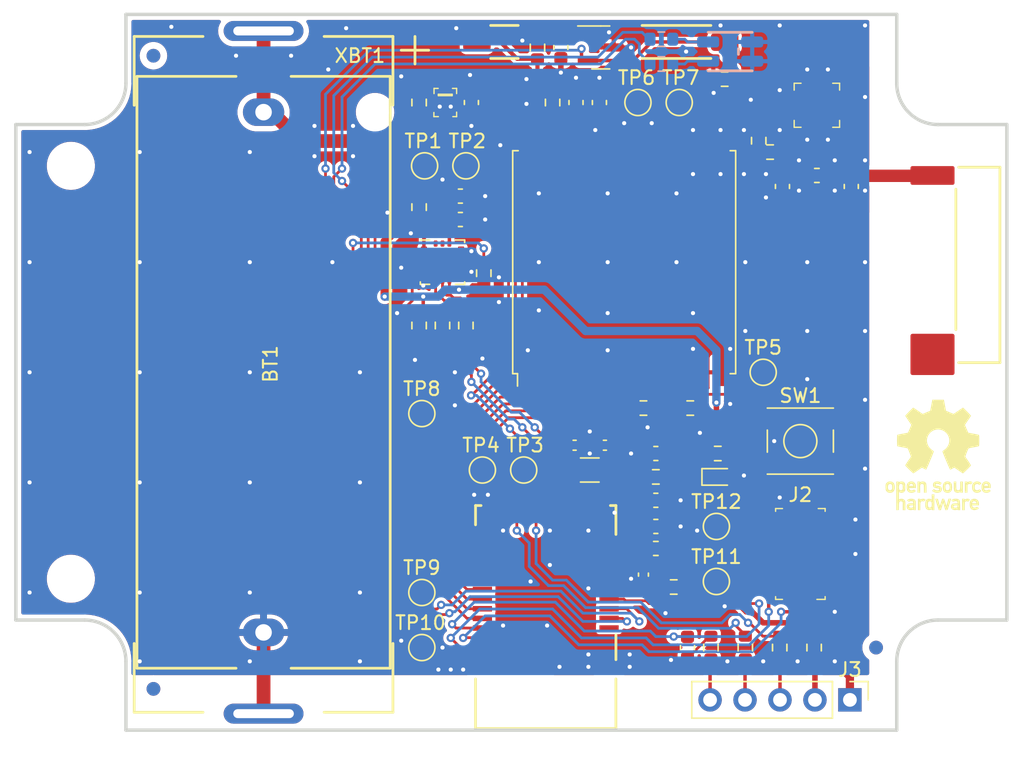
<source format=kicad_pcb>
(kicad_pcb (version 20211014) (generator pcbnew)
  (layers (0 "F.Cu" signal) (31 "B.Cu" signal) (34 "B.Paste" user) (35 "F.Paste" user) (36 "B.SilkS" user "B.Silkscreen") (37 "F.SilkS" user "F.Silkscreen") (38 "B.Mask" user) (39 "F.Mask" user) (44 "Edge.Cuts" user))
  (net 0 "")
  (net 1 "Net-(ANT1-Pad1)")
  (net 3 "/VBAT")
  (net 4 "GND")
  (net 5 "/DEC4")
  (net 6 "VDD")
  (net 7 "/XL1")
  (net 8 "+3V0")
  (net 9 "/XL2")
  (net 10 "/3V0_LR")
  (net 11 "Net-(C10-Pad2)")
  (net 12 "/BOOT_DTR")
  (net 13 "/RST")
  (net 14 "Net-(C13-Pad1)")
  (net 15 "Net-(C15-Pad1)")
  (net 16 "Net-(D3-Pad1)")
  (net 17 "Net-(D3-Pad3)")
  (net 18 "Net-(J1-Pad2)")
  (net 19 "/SWDIO")
  (net 20 "/SWDCLK")
  (net 25 "Net-(J3-Pad2)")
  (net 26 "Net-(J3-Pad3)")
  (net 27 "Net-(J3-Pad4)")
  (net 28 "Net-(J3-Pad5)")
  (net 29 "Net-(L1-Pad1)")
  (net 30 "/DCC")
  (net 31 "Net-(R3-Pad1)")
  (net 32 "/LR_RST")
  (net 33 "/LR_NSS")
  (net 34 "/BOOT_TX")
  (net 35 "/BOOT_RX")
  (net 36 "/LED_R")
  (net 37 "/LED_G")
  (net 38 "/SDA")
  (net 39 "/SCL")
  (net 40 "/ACC_INT1")
  (net 41 "/MR_INT")
  (net 42 "Net-(R21-Pad2)")
  (net 45 "/TP_P0.09")
  (net 46 "/TP_P0.10")
  (net 47 "/TP_LR_DIO5")
  (net 48 "/TP_LR_DIO4")
  (net 49 "/TP_LR_DIO3")
  (net 50 "/TP_SWO")
  (net 51 "/TP_DFU")
  (net 52 "/TP_FRST")
  (net 53 "/TP_P0.29")
  (net 57 "/LR_DIO2")
  (net 58 "/LR_DIO1")
  (net 59 "/LR_DIO0")
  (net 60 "/LR_SCK")
  (net 61 "/LR_MOSI")
  (net 62 "/LR_MISO")
  (net 71 "Net-(R12-Pad2)")
  (net 72 "/TP_P0.28")
  (footprint "Resistor_SMD:R_0603_1608Metric" (layer "F.Cu") (at 162 120 90)
    (fp_text reference "R10" hide)
    (fp_text value "220R")
  )
  (footprint "Capacitor_SMD:C_0603_1608Metric" (layer "F.Cu") (at 155.5 109.3)
    (fp_text reference "C5" hide)
    (fp_text value "4.7uF")
  )
  (footprint "Capacitor_SMD:C_0603_1608Metric" (layer "F.Cu") (at 155.5 105.9 180)
    (fp_text reference "C4" hide)
    (fp_text value "4.7uF")
  )
  (footprint "Capacitor_SMD:C_0603_1608Metric" (layer "F.Cu") (at 157.8 120 90)
    (fp_text reference "C12" hide)
    (fp_text value "100nF")
  )
  (footprint "Fiducial:Fiducial_1mm_Mask2mm" (layer "F.Cu") (at 171.5 120)
    (fp_text reference "FID3" hide)
    (fp_text value "Fiducial")
  )
  (footprint "Connector_PinHeader_2.54mm:PinHeader_1x05_P2.54mm_Vertical" (layer "F.Cu") (at 169.6 123.8 -90)
    (fp_text reference "J3")
    (fp_text value "Conn_01x05")
  )
  (footprint "Inductor_SMD:L_0603_1608Metric" (layer "F.Cu") (at 155.5 112.8)
    (fp_text reference "L2" hide)
    (fp_text value "10uH")
  )
  (footprint "Fiducial:Fiducial_1mm_Mask2mm" (layer "F.Cu") (at 119 123)
    (fp_text reference "FID2" hide)
    (fp_text value "Fiducial")
  )
  (footprint "Resistor_SMD:R_0603_1608Metric" (layer "F.Cu") (at 155.5 107.6 180)
    (fp_text reference "R1" hide)
    (fp_text value "0R")
  )
  (footprint "Resistor_SMD:R_0603_1608Metric" (layer "F.Cu") (at 146.9 76.4 90)
    (fp_text reference "R16" hide)
    (fp_text value "0R")
  )
  (footprint "TestPoint:TestPoint_Pad_D1.5mm" (layer "F.Cu") (at 145.9 107.1)
    (fp_text reference "TP3")
    (fp_text value "TestPoint")
  )
  (footprint "TestPoint:TestPoint_Pad_D1.5mm" (layer "F.Cu") (at 157.2 80.4)
    (fp_text reference "TP7")
    (fp_text value "TestPoint")
  )
  (footprint "TestPoint:TestPoint_Pad_D1.5mm" (layer "F.Cu") (at 154.2 80.4)
    (fp_text reference "TP6")
    (fp_text value "TestPoint")
  )
  (footprint "Resistor_SMD:R_0603_1608Metric" (layer "F.Cu") (at 141.7 96.6 90)
    (fp_text reference "R21" hide)
    (fp_text value "NF-1k")
  )
  (footprint "Resistor_SMD:R_0603_1608Metric" (layer "F.Cu") (at 158 102.6)
    (fp_text reference "R5" hide)
    (fp_text value "NF-100k")
  )
  (footprint "digikey-footprints:Coax_Conn_U.FL" (layer "F.Cu") (at 167.2 80.6 -90)
    (fp_text reference "J1" hide)
    (fp_text value "NF-U.FL")
  )
  (footprint "TestPoint:TestPoint_Pad_D1.5mm" (layer "F.Cu") (at 163.3 100)
    (fp_text reference "TP5")
    (fp_text value "TestPoint")
  )
  (footprint "TestPoint:TestPoint_Pad_D1.5mm" (layer "F.Cu") (at 159.9 115.2)
    (fp_text reference "TP11")
    (fp_text value "TestPoint")
  )
  (footprint "Resistor_SMD:R_0603_1608Metric" (layer "F.Cu") (at 138.3 88 -90)
    (fp_text reference "R15" hide)
    (fp_text value "0R")
  )
  (footprint "Capacitor_SMD:C_0603_1608Metric" (layer "F.Cu") (at 148.6 76.4 -90)
    (fp_text reference "C15" hide)
    (fp_text value "100nF")
  )
  (footprint "Resistor_SMD:R_0603_1608Metric" (layer "F.Cu") (at 160.5 78.7)
    (fp_text reference "R20" hide)
    (fp_text value "NF-2M")
  )
  (footprint "Inductor_SMD:L_0603_1608Metric" (layer "F.Cu") (at 167.2 85.7)
    (fp_text reference "L3" hide)
    (fp_text value "20nH")
  )
  (footprint "TestPoint:TestPoint_Pad_D1.5mm" (layer "F.Cu") (at 159.9 111.2)
    (fp_text reference "TP12")
    (fp_text value "TestPoint")
  )
  (footprint "ZB_Mechanical:Keystone_1051" (layer "F.Cu") (at 127 100 -90)
    (fp_text reference "XBT1")
    (fp_text value "CR123 Holder")
  )
  (footprint "Package_TO_SOT_SMD:SOT-23" (layer "F.Cu") (at 151.5 76.4)
    (fp_text reference "U3" hide)
    (fp_text value "SM351LT")
  )
  (footprint "MountingHole:MountingHole_2.7mm_M2.5_ISO7380" (layer "F.Cu") (at 113 85)
    (fp_text reference "H1" hide)
    (fp_text value "MountingHole")
  )
  (footprint "Resistor_SMD:R_0603_1608Metric" (layer "F.Cu") (at 138.3 96.6 90)
    (fp_text reference "R18" hide)
    (fp_text value "10k")
  )
  (footprint "MountingHole:MountingHole_2.7mm_M2.5_ISO7380" (layer "F.Cu") (at 177 115)
    (fp_text reference "H3" hide)
    (fp_text value "MountingHole")
  )
  (footprint "TestPoint:TestPoint_Pad_D1.5mm" (layer "F.Cu") (at 138.5 103)
    (fp_text reference "TP8")
    (fp_text value "TestPoint")
  )
  (footprint "ZB_Mechanical:PTS647SK50SMTR2LFS" (layer "F.Cu") (at 166 105)
    (fp_text reference "SW1")
    (fp_text value "PTS647SK50SMTR2LFS")
  )
  (footprint "ZB_Mechanical:ER18505" (layer "F.Cu") (at 127 99.4 -90)
    (fp_text reference "BT1")
    (fp_text value "NF-ER18505")
  )
  (footprint "Capacitor_SMD:C_0603_1608Metric" (layer "F.Cu") (at 169.7 86.5 90)
    (fp_text reference "C11" hide)
    (fp_text value "NF")
  )
  (footprint "Resistor_SMD:R_0603_1608Metric" (layer "F.Cu") (at 156.8 115.6 180)
    (fp_text reference "R12" hide)
    (fp_text value "1k")
  )
  (footprint "Capacitor_SMD:C_0603_1608Metric" (layer "F.Cu") (at 155.5 111.2)
    (fp_text reference "C2" hide)
    (fp_text value "10uF")
  )
  (footprint "ZB_Sensors:MK15-B-2_Reed" (layer "F.Cu") (at 151.5 76 180)
    (fp_text reference "SW2" hide)
    (fp_text value "NF-Reed NO")
  )
  (footprint "Capacitor_SMD:C_0603_1608Metric" (layer "F.Cu") (at 141.3 88.9)
    (fp_text reference "C13" hide)
    (fp_text value "100nF")
  )
  (footprint "Resistor_SMD:R_0603_1608Metric" (layer "F.Cu") (at 148 80.4 -90)
    (fp_text reference "R2" hide)
    (fp_text value "0R")
  )
  (footprint "digikey-footprints:PinHeader_2x5_P1.27_SMD" (layer "F.Cu") (at 166 113.2 90)
    (fp_text reference "J2")
    (fp_text value "FTSH-105-01-F-DV-K")
  )
  (footprint "Capacitor_SMD:C_0603_1608Metric" (layer "F.Cu") (at 142.1 80.4 -90)
    (fp_text reference "C6" hide)
    (fp_text value "10uF")
  )
  (footprint "Resistor_SMD:R_0603_1608Metric" (layer "F.Cu") (at 162.975 83.175 90)
    (fp_text reference "R3" hide)
    (fp_text value "NF-0R")
  )
  (footprint "ZB_Passives:W3139" (layer "F.Cu") (at 178.9 92.2 -90)
    (fp_text reference "ANT1" hide)
    (fp_text value "W3139")
  )
  (footprint "Resistor_SMD:R_0603_1608Metric" (layer "F.Cu") (at 167 120 90)
    (fp_text reference "R8" hide)
    (fp_text value "NF-0R")
  )
  (footprint "ZB_IC:ST_LGA-16_3x3mm" (layer "F.Cu") (at 140 92)
    (fp_text reference "U4" hide)
    (fp_text value "LIS3DH")
  )
  (footprint "TestPoint:TestPoint_Pad_D1.5mm" (layer "F.Cu") (at 138.5 116)
    (fp_text reference "TP9")
    (fp_text value "TestPoint" hide)
  )
  (footprint "Resistor_SMD:R_0603_1608Metric" (layer "F.Cu") (at 163.8 84)
    (fp_text reference "R4" hide)
    (fp_text value "0R")
  )
  (footprint "Inductor_SMD:L_0402_1005Metric" (layer "F.Cu") (at 156.3 114.2 180)
    (fp_text reference "L1" hide)
    (fp_text value "15nH")
  )
  (footprint "RF_Module:HOPERF_RFM9XW_SMD" (layer "F.Cu") (at 153.2 92 90)
    (fp_text reference "U2" hide)
    (fp_text value "RFM95W-868S2")
  )
  (footprint "MountingHole:MountingHole_2.7mm_M2.5_ISO7380" (layer "F.Cu") (at 113 115)
    (fp_text reference "H2" hide)
    (fp_text value "MountingHole")
  )
  (footprint "Capacitor_SMD:C_0603_1608Metric" (layer "F.Cu") (at 149.7 80.4 90)
    (fp_text reference "C8" hide)
    (fp_text value "10uF")
  )
  (footprint "Capacitor_SMD:C_0402_1005Metric" (layer "F.Cu") (at 149.6 105.3)
    (fp_text reference "C7" hide)
    (fp_text value "12pF")
  )
  (footprint "Resistor_SMD:R_0603_1608Metric" (layer "F.Cu") (at 143 92.8 -90)
    (fp_text reference "R19" hide)
    (fp_text value "NF-10k")
  )
  (footprint "TestPoint:TestPoint_Pad_D1.5mm" (layer "F.Cu") (at 138.5 120)
    (fp_text reference "TP10")
    (fp_text value "TestPoint" hide)
  )
  (footprint "Capacitor_SMD:C_0402_1005Metric" (layer "F.Cu") (at 151.8 105.3 180)
    (fp_text reference "C3" hide)
    (fp_text value "12pF")
  )
  (footprint "Resistor_SMD:R_0603_1608Metric" (layer "F.Cu") (at 140 96.6 90)
    (fp_text reference "R17" hide)
    (fp_text value "10k")
  )
  (footprint "Diode_SMD:D_SOD-523" (layer "F.Cu") (at 160 107.6)
    (fp_text reference "D2" hide)
    (fp_text value "1N4148WT")
  )
  (footprint "TestPoint:TestPoint_Pad_D1.5mm" (layer "F.Cu") (at 138.7 85)
    (fp_text reference "TP1")
    (fp_text value "TestPoint")
  )
  (footprint "Symbol:OSHW-Logo_7.5x8mm_SilkScreen" (layer "F.Cu") (at 176 106)
    (fp_text reference "REF**" hide)
    (fp_text value "OSHW-Logo_7.5x8mm_SilkScreen" hide)
  )
  (footprint "Resistor_SMD:R_0603_1608Metric" (layer "F.Cu") (at 154.6 102.6)
    (fp_text reference "R6" hide)
    (fp_text value "NF-100k")
  )
  (footprint "Resistor_SMD:R_0603_1608Metric" (layer "F.Cu") (at 159.5 120 90)
    (fp_text reference "R11" hide)
    (fp_text value "220R")
  )
  (footprint "Capacitor_SMD:C_0603_1608Metric" (layer "F.Cu") (at 151.4 80.4 90)
    (fp_text reference "C9" hide)
    (fp_text value "4.7uF")
  )
  (footprint "Capacitor_SMD:C_0603_1608Metric" (layer "F.Cu") (at 141.3 87.2)
    (fp_text reference "C14" hide)
    (fp_text value "10uF")
  )
  (footprint "TestPoint:TestPoint_Pad_D1.5mm" (layer "F.Cu") (at 141.7 85)
    (fp_text reference "TP2")
    (fp_text value "TestPoint")
  )
  (footprint "ZB_Discrete:SOD-323" (layer "F.Cu") (at 140.2 80.4 -90)
    (fp_text reference "D1" hide)
    (fp_text value "ESD7371HT1G")
  )
  (footprint "Capacitor_SMD:C_0603_1608Metric" (layer "F.Cu") (at 164.7 86.5 90)
    (fp_text reference "C10" hide)
    (fp_text value "6.8pF")
  )
  (footprint "Fiducial:Fiducial_1mm_Mask2mm" (layer "F.Cu") (at 119 77)
    (fp_text reference "FID1" hide)
    (fp_text value "Fiducial")
  )
  (footprint "Resistor_SMD:R_0603_1608Metric" (layer "F.Cu") (at 138.3 80.4 90)
    (fp_text reference "F1" hide)
    (fp_text value "0.5A")
  )
  (footprint "Resistor_SMD:R_0603_1608Metric" (layer "F.Cu") (at 164.5 120 90)
    (fp_text reference "R9" hide)
    (fp_text value "220R")
  )
  (footprint "Crystal:Crystal_SMD_3215-2Pin_3.2x1.5mm" (layer "F.Cu") (at 150.7 107.1 180)
    (fp_text reference "Y1" hide)
    (fp_text value "32.768kHz")
  )
  (footprint "ZB_IC:MDBT42Q-512KV2" (layer "F.Cu") (at 147.5 117.78 180)
    (fp_text reference "U1" hide)
    (fp_text value "MDBT42Q-512KV2" hide)
  )
  (footprint "Capacitor_SMD:C_0402_1005Metric" (layer "F.Cu") (at 154.6 114.7 -90)
    (fp_text reference "C1" hide)
    (fp_text value "1uF")
  )
  (footprint "TestPoint:TestPoint_Pad_D1.5mm" (layer "F.Cu") (at 142.9 107.1)
    (fp_text reference "TP4")
    (fp_text value "TestPoint")
  )
  (footprint "Resistor_SMD:R_0603_1608Metric" (layer "F.Cu") (at 160 105.9 180)
    (fp_text reference "R7" hide)
    (fp_text value "10k")
  )
  (footprint "Fiducial:Fiducial_1mm_Mask2mm" (layer "B.Cu") (at 119 123 180)
    (fp_text reference "FID5" hide)
    (fp_text value "Fiducial")
  )
  (footprint "Resistor_SMD:R_0603_1608Metric" (layer "B.Cu") (at 155.9 77.6 180)
    (fp_text reference "R14" hide)
    (fp_text value "220R")
  )
  (footprint "Fiducial:Fiducial_1mm_Mask2mm" (layer "B.Cu") (at 119 77 180)
    (fp_text reference "FID4" hide)
    (fp_text value "Fiducial")
  )
  (footprint "ZB_Opto:LED_Kingbright_APBD3224" (layer "B.Cu") (at 160.9 76.7 180)
    (fp_text reference "D3" hide)
    (fp_text value "APBD3224ESGC")
  )
  (footprint "Resistor_SMD:R_0603_1608Metric" (layer "B.Cu") (at 155.9 75.8 180)
    (fp_text reference "R13" hide)
    (fp_text value "220R")
  )
  (footprint "Fiducial:Fiducial_1mm_Mask2mm" (layer "B.Cu") (at 171.5 120 180)
    (fp_text reference "FID6" hide)
    (fp_text value "Fiducial")
  )
  (gr_line (start 181 118) (end 181 82) (layer "Edge.Cuts") (width 0.25))
  (gr_line (start 117 126) (end 173 126) (layer "Edge.Cuts") (width 0.25))
  (gr_line (start 109 82) (end 109 118) (layer "Edge.Cuts") (width 0.25))
  (gr_line (start 117 79) (end 117 74) (layer "Edge.Cuts") (width 0.25))
  (gr_arc (start 173 121) (mid 173.87868 118.87868) (end 176 118) (layer "Edge.Cuts") (width 0.25))
  (gr_arc (start 114 118) (mid 116.12132 118.87868) (end 117 121) (layer "Edge.Cuts") (width 0.25))
  (gr_line (start 181 82) (end 176 82) (layer "Edge.Cuts") (width 0.25))
  (gr_arc (start 176 82) (mid 173.87868 81.12132) (end 173 79) (layer "Edge.Cuts") (width 0.25))
  (gr_line (start 176 118) (end 181 118) (layer "Edge.Cuts") (width 0.25))
  (gr_line (start 117 121) (end 117 126) (layer "Edge.Cuts") (width 0.25))
  (gr_line (start 114 118) (end 109 118) (layer "Edge.Cuts") (width 0.25))
  (gr_line (start 173 74) (end 173 79) (layer "Edge.Cuts") (width 0.25))
  (gr_line (start 117 74) (end 173 74) (layer "Edge.Cuts") (width 0.25))
  (gr_line (start 109 82) (end 114 82) (layer "Edge.Cuts") (width 0.25))
  (gr_arc (start 117 79) (mid 116.12132 81.12132) (end 114 82) (layer "Edge.Cuts") (width 0.25))
  (gr_line (start 173 121) (end 173 126) (layer "Edge.Cuts") (width 0.25))
  (segment (start 169.7 85.725) (end 168.0125 85.725) (width 0.9) (layer "F.Cu") (net 1))
  (segment (start 175.575 85.725) (end 175.6 85.7) (width 0.9) (layer "F.Cu") (net 1))
  (segment (start 168.0125 85.725) (end 167.9875 85.7) (width 0.9) (layer "F.Cu") (net 1))
  (segment (start 169.7 85.725) (end 175.575 85.725) (width 0.9) (layer "F.Cu") (net 1))
  (segment (start 127.6 81.1) (end 129.7 83.2) (width 1) (layer "F.Cu") (net 3))
  (segment (start 127 75.2) (end 127 81.1) (width 1) (layer "F.Cu") (net 3))
  (segment (start 127 81.1) (end 127.6 81.1) (width 1) (layer "F.Cu") (net 3))
  (segment (start 129.7 83.2) (end 136.4 83.2) (width 1) (layer "F.Cu") (net 3))
  (segment (start 138.3 81.3) (end 138.3 81.225) (width 0.6) (layer "F.Cu") (net 3))
  (segment (start 136.8 82.8) (end 138.3 81.3) (width 0.6) (layer "F.Cu") (net 3))
  (segment (start 136.4 83.2) (end 136.8 82.8) (width 1) (layer "F.Cu") (net 3))
  (segment (start 159.7 79.7) (end 159.7 78.725) (width 0.3) (layer "F.Cu") (net 4))
  (segment (start 170 114.3) (end 170 113.2) (width 0.3) (layer "F.Cu") (net 4))
  (segment (start 151.7 110.18) (end 152.48 110.18) (width 0.4) (layer "F.Cu") (net 4))
  (segment (start 157.3 111.2) (end 156.275 111.2) (width 0.4) (layer "F.Cu") (net 4))
  (segment (start 168.035 113.2) (end 170 113.2) (width 0.3) (layer "F.Cu") (net 4))
  (segment (start 151.4 79.625) (end 151.4 78.6) (width 0.4) (layer "F.Cu") (net 4))
  (segment (start 140.2 81.5) (end 140.2 81.1) (width 0.6) (layer "F.Cu") (net 4))
  (segment (start 152.4375 76.4) (end 153.7 76.4) (width 0.25) (layer "F.Cu") (net 4))
  (segment (start 138.65 93) (end 138.65 93.65) (width 0.25) (layer "F.Cu") (net 4))
  (segment (start 139.7 121.6) (end 142.88 121.6) (width 0.6) (layer "F.Cu") (net 4))
  (segment (start 169.6 123.8) (end 169.6 122.1) (width 0.6) (layer "F.Cu") (net 4))
  (segment (start 141.35 91.5) (end 141.8 91.5) (width 0.25) (layer "F.Cu") (net 4))
  (segment (start 151.3 105.3) (end 150.7 105.9) (width 0.25) (layer "F.Cu") (net 4))
  (segment (start 160.2 98.5) (end 160.4 98.3) (width 0.6) (layer "F.Cu") (net 4))
  (segment (start 127 124.8) (end 127 118.9) (width 1) (layer "F.Cu") (net 4))
  (segment (start 169.83 114.47) (end 170 114.3) (width 0.3) (layer "F.Cu") (net 4))
  (segment (start 142.075 88.9) (end 143.1 88.9) (width 0.3) (layer "F.Cu") (net 4))
  (segment (start 141.8 91.5) (end 142.1 91.2) (width 0.25) (layer "F.Cu") (net 4))
  (segment (start 169.6 122.1) (end 168.5 121) (width 0.6) (layer "F.Cu") (net 4))
  (segment (start 153.7 115) (end 153.75 115.05) (width 0.3) (layer "F.Cu") (net 4))
  (segment (start 146.2 100) (end 146.2 98.4) (width 0.6) (layer "F.Cu") (net 4))
  (segment (start 148.6 77.2) (end 148.6 78.225) (width 0.4) (layer "F.Cu") (net 4))
  (segment (start 150.08 105.3) (end 150.1 105.3) (width 0.25) (layer "F.Cu") (net 4))
  (segment (start 138.65 93.65) (end 138.6 93.7) (width 0.25) (layer "F.Cu") (net 4))
  (segment (start 159.7 78.725) (end 159.675 78.7) (width 0.3) (layer "F.Cu") (net 4))
  (segment (start 160.2 100) (end 160.2 98.5) (width 0.6) (layer "F.Cu") (net 4))
  (segment (start 141.9 92.5) (end 142.1 92.7) (width 0.25) (layer "F.Cu") (net 4))
  (segment (start 149.7 79.625) (end 149.7 78.6) (width 0.4) (layer "F.Cu") (net 4))
  (segment (start 142.075 87.2) (end 143.1 87.2) (width 0.3) (layer "F.Cu") (net 4))
  (segment (start 151.32 105.3) (end 151.3 105.3) (width 0.25) (layer "F.Cu") (net 4))
  (segment (start 140.2 81.1) (end 140.6 80.7) (width 0.6) (layer "F.Cu") (net 4))
  (segment (start 150.1 105.3) (end 150.7 105.9) (width 0.25) (layer "F.Cu") (net 4))
  (segment (start 168.035 110.66) (end 169.96 110.66) (width 0.3) (layer "F.Cu") (net 4))
  (segment (start 143.3 110.18) (end 143.3 108.9) (width 0.4) (layer "F.Cu") (net 4))
  (segment (start 152.48 110.18) (end 152.5 110.2) (width 0.4) (layer "F.Cu") (net 4))
  (segment (start 157.3 109.3) (end 156.275 109.3) (width 0.4) (layer "F.Cu") (net 4))
  (segment (start 160.4 98.3) (end 160.9 98.3) (width 0.6) (layer "F.Cu") (net 4))
  (segment (start 140.2 81.1) (end 139.8 80.7) (width 0.6) (layer "F.Cu") (net 4))
  (segment (start 154.47 115.05) (end 154.6 115.18) (width 0.3) (layer "F.Cu") (net 4))
  (segment (start 153.75 115.05) (end 154.47 115.05) (width 0.3) (layer "F.Cu") (net 4))
  (segment (start 142.1 82.1) (end 142.1 81.175) (width 0.5) (layer "F.Cu") (net 4))
  (segment (start 168.035 114.47) (end 169.83 114.47) (width 0.3) (layer "F.Cu") (net 4))
  (segment (start 169.96 110.66) (end 170 110.7) (width 0.3) (layer "F.Cu") (net 4))
  (segment (start 140.6 80.7) (end 139.8 80.7) (width 0.6) (layer "F.Cu") (net 4))
  (segment (start 153.7 105.9) (end 154.725 105.9) (width 0.4) (layer "F.Cu") (net 4))
  (segment (start 158.2 85.6) (end 158.2 82.4) (width 0.6) (layer "F.Cu") (net 4))
  (segment (start 141.35 92.5) (end 141.9 92.5) (width 0.25) (layer "F.Cu") (net 4))
  (via (at 159.7 79.7) (size 0.6) (drill 0.3) (layers "F.Cu" "B.Cu") (net 4))
  (via (at 126 121) (size 0.6) (drill 0.3) (layers "F.Cu" "B.Cu") (net 4))
  (via (at 137 92.4) (size 0.6) (drill 0.3) (layers "F.Cu" "B.Cu") (net 4))
  (via (at 142 78.4) (size 0.6) (drill 0.3) (layers "F.Cu" "B.Cu") (net 4))
  (via (at 166.5 97) (size 0.6) (drill 0.3) (layers "F.Cu" "B.Cu") (net 4))
  (via (at 170.7 102) (size 0.6) (drill 0.3) (layers "F.Cu" "B.Cu") (net 4))
  (via (at 153.6 120.5) (size 0.6) (drill 0.3) (layers "F.Cu" "B.Cu") (net 4))
  (via (at 120.3 74.9) (size 0.6) (drill 0.3) (layers "F.Cu" "B.Cu") (net 4))
  (via (at 165.9 84.6) (size 0.6) (drill 0.3) (layers "F.Cu" "B.Cu") (net 4))
  (via (at 144.1 94.9) (size 0.6) (drill 0.3) (layers "F.Cu" "B.Cu") (net 4))
  (via (at 166.5 100.5) (size 0.6) (drill 0.3) (layers "F.Cu" "B.Cu") (net 4))
  (via (at 152.5 110.2) (size 0.6) (drill 0.3) (layers "F.Cu" "B.Cu") (net 4))
  (via (at 170.7 97) (size 0.6) (drill 0.3) (layers "F.Cu" "B.Cu") (net 4))
  (via (at 170.7 80) (size 0.6) (drill 0.3) (layers "F.Cu" "B.Cu") (net 4))
  (via (at 148.5 121.4) (size 0.6) (drill 0.3) (layers "F.Cu" "B.Cu") (net 4))
  (via (at 168.5 117.4) (size 0.6) (drill 0.3) (layers "F.Cu" "B.Cu") (net 4))
  (via (at 142.1 82.1) (size 0.6) (drill 0.3) (layers "F.Cu" "B.Cu") (net 4))
  (via (at 118 92) (size 0.6) (drill 0.3) (layers "F.Cu" "B.Cu") (net 4))
  (via (at 118 121) (size 0.6) (drill 0.3) (layers "F.Cu" "B.Cu") (net 4))
  (via (at 152 87) (size 0.6) (drill 0.3) (layers "F.Cu" "B.Cu") (net 4))
  (via (at 110 108) (size 0.6) (drill 0.3) (layers "F.Cu" "B.Cu") (net 4))
  (via (at 168.5 86.8) (size 0.6) (drill 0.3) (layers "F.Cu" "B.Cu") (net 4))
  (via (at 160.7 121) (size 0.6) (drill 0.3) (layers "F.Cu" "B.Cu") (net 4))
  (via (at 150.7 104.3) (size 0.6) (drill 0.3) (layers "F.Cu" "B.Cu") (net 4))
  (via (at 150.7 105.9) (size 0.6) (drill 0.3) (layers "F.Cu" "B.Cu") (net 4))
  (via (at 140.9 100) (size 0.6) (drill 0.3) (layers "F.Cu" "B.Cu") (net 4))
  (via (at 147 95.5) (size 0.6) (drill 0.3) (layers "F.Cu" "B.Cu") (net 4))
  (via (at 144.2 83.5) (size 0.6) (drill 0.3) (layers "F.Cu" "B.Cu") (net 4))
  (via (at 151.4 78.6) (size 0.6) (drill 0.3) (layers "F.Cu" "B.Cu") (net 4))
  (via (at 160.2 82.4) (size 0.6) (drill 0.3) (layers "F.Cu" "B.Cu") (net 4))
  (via (at 162.4 80.2) (size 0.6) (drill 0.3) (layers "F.Cu" "B.Cu") (net 4))
  (via (at 130.7 82.1) (size 0.6) (drill 0.3) (layers "F.Cu" "B.Cu") (net 4))
  (via (at 162 97) (size 0.6) (drill 0.3) (layers "F.Cu" "B.Cu") (net 4))
  (via (at 118 108) (size 0.6) (drill 0.3) (layers "F.Cu" "B.Cu") (net 4))
  (via (at 163.5 85.6) (size 0.6) (drill 0.3) (layers "F.Cu" "B.Cu") (net 4))
  (via (at 147 87) (size 0.6) (drill 0.3) (layers "F.Cu" "B.Cu") (net 4))
  (via (at 152 98.4) (size 0.6) (drill 0.3) (layers "F.Cu" "B.Cu") (net 4))
  (via (at 151.1 82.4) (size 0.6) (drill 0.3) (layers "F.Cu" "B.Cu") (net 4))
  (via (at 140.6 80.7) (size 0.6) (drill 0.3) (layers "F.Cu" "B.Cu") (net 4))
  (via (at 146.1 78.7) (size 0.6) (drill 0.3) (layers "F.Cu" "B.Cu") (net 4))
  (via (at 136.7 95.7) (size 0.6) (drill 0.3) (layers "F.Cu" "B.Cu") (net 4))
  (via (at 140.9 102.4) (size 0.6) (drill 0.3) (layers "F.Cu" "B.Cu") (net 4))
  (via (at 152.1 75.3) (size 0.6) (drill 0.3) (layers "F.Cu" "B.Cu") (net 4))
  (via (at 110 116) (size 0.6) (drill 0.3) (layers "F.Cu" "B.Cu") (net 4))
  (via (at 143.1 88.9) (size 0.6) (drill 0.3) (layers "F.Cu" "B.Cu") (net 4))
  (via (at 168 78) (size 0.6) (drill 0.3) (layers "F.Cu" "B.Cu") (net 4))
  (via (at 160.2 74.8) (size 0.6) (drill 0.3) (layers "F.Cu" "B.Cu") (net 4))
  (via (at 133 75) (size 0.6) (drill 0.3) (layers "F.Cu" "B.Cu") (net 4))
  (via (at 168.5 84.6) (size 0.6) (drill 0.3) (layers "F.Cu" "B.Cu") (net 4))
  (via (at 163.3 121) (size 0.6) (drill 0.3) (layers "F.Cu" "B.Cu") (net 4))
  (via (at 149.7 78.6) (size 0.6) (drill 0.3) (layers "F.Cu" "B.Cu") (net 4))
  (via (at 170.7 86.8) (size 0.6) (drill 0.3) (layers "F.Cu" "B.Cu") (net 4))
  (via (at 168 83.1) (size 0.6) (drill 0.3) (layers "F.Cu" "B.Cu") (net 4))
  (via (at 142.1 91.2) (size 0.6) (drill 0.3) (layers "F.Cu" "B.Cu") (net 4))
  (via (at 157 87) (size 0.6) (drill 0.3) (layers "F.Cu" "B.Cu") (net 4))
  (via (at 147.8 111.5) (size 0.6) (drill 0.3) (layers "F.Cu" "B.Cu") (net 4))
  (via (at 134 108) (size 0.6) (drill 0.3) (layers "F.Cu" "B.Cu") (net 4))
  (via (at 158.5 111.5) (size 0.6) (drill 0.3) (layers "F.Cu" "B.Cu") (net 4))
  (via (at 139.8 80.7) (size 0.6) (drill 0.3) (layers "F.Cu" "B.Cu") (net 4))
  (via (at 153.7 76.4) (size 0.6) (drill 0.3) (layers "F.Cu" "B.Cu") (net 4))
  (via (at 166.5 78) (size 0.6) (drill 0.3) (layers "F.Cu" "B.Cu") (net 4))
  (via (at 145.8 75.9) (size 0.6) (drill 0.3) (layers "F.Cu" "B.Cu") (net 4))
  (via (at 134 116) (size 0.6) (drill 0.3) (layers "F.Cu" "B.Cu") (net 4))
  (via (at 164.5 79.5) (size 0.6) (drill 0.3) (layers "F.Cu" "B.Cu") (net 4))
  (via (at 170.7 74.8) (size 0.6) (drill 0.3) (layers "F.Cu" "B.Cu") (net 4))
  (via (at 140 120) (size 0.6) (drill 0.3) (layers "F.Cu" "B.Cu") (net 4))
  (via (at 163.5 87.3) (size 0.6) (drill 0.3) (layers "F.Cu" "B.Cu") (net 4))
  (via (at 126 92) (size 0.6) (drill 0.3) (layers "F.Cu" "B.Cu") (net 4))
  (via (at 157.3 109.3) (size 0.6) (drill 0.3) (layers "F.Cu" "B.Cu") (net 4))
  (via (at 142.1 92.7) (size 0.6) (drill 0.3) (layers "F.Cu" "B.Cu") (net 4))
  (via (at 110 92) (size 0.6) (drill 0.3) (layers "F.Cu" "B.Cu") (net 4))
  (via (at 140.6 121.6) (size 0.6) (drill 0.3) (layers "F.Cu" "B.Cu") (net 4))
  (via (at 144.1 93.1) (size 0.6) (drill 0.3) (layers "F.Cu" "B.Cu") (net 4))
  (via (at 133.5 82.1) (size 0.6) (drill 0.3) (layers "F.Cu" "B.Cu") (net 4))
  (via (at 130.7 84.3) (size 0.6) (drill 0.3) (layers "F.Cu" "B.Cu") (net 4))
  (via (at 118 84) (size 0.6) (drill 0.3) (layers "F.Cu" "B.Cu") (net 4))
  (via (at 137.7 89.9) (size 0.6) (drill 0.3) (layers "F.Cu" "B.Cu") (net 4))
  (via (at 168.5 121) (size 0.6) (drill 0.3) (layers "F.Cu" "B.Cu") (net 4))
  (via (at 150.6 115.7) (size 0.6) (drill 0.3) (layers "F.Cu" "B.Cu") (net 4))
  (via (at 110 100) (size 0.6) (drill 0.3) (layers "F.Cu" "B.Cu") (net 4))
  (via (at 156.2 117.5) (size 0.6) (drill 0.3) (layers "F.Cu" "B.Cu") (net 4))
  (via (at 147.8 114) (size 0.6) (drill 0.3) (layers "F.Cu" "B.Cu") (net 4))
  (via (at 131.7 78) (size 0.6) (drill 0.3) (layers "F.Cu" "B.Cu") (net 4))
  (via (at 154.9 104) (size 0.6) (drill 0.3) (layers "F.Cu" "B.Cu") (net 4))
  (via (at 126 84) (size 0.6) (drill 0.3) (layers "F.Cu" "B.Cu") (net 4))
  (via (at 162 92) (size 0.6) (drill 0.3) (layers "F.Cu" "B.Cu") (net 4))
  (via (at 160.9 102.3) (size 0.6) (drill 0.3) (layers "F.Cu" "B.Cu") (net 4))
  (via (at 160.5 117) (size 0.6) (drill 0.3) (layers "F.Cu" "B.Cu") (net 4))
  (via (at 129 77) (size 0.6) (drill 0.3) (layers "F.Cu" "B.Cu") (net 4))
  (via (at 139.7 121.6) (size 0.6) (drill 0.3) (layers "F.Cu" "B.Cu") (net 4))
  (via (at 164.5 109.1) (size 0.6) (drill 0.3) (layers "F.Cu" "B.Cu") (net 4))
  (via (at 158.7 104.4) (size 0.6) (drill 0.3) (layers "F.Cu" "B.Cu") (net 4))
  (via (at 164.5 82.4) (size 0.6) (drill 0.3) (layers "F.Cu" "B.Cu") (net 4))
  (via (at 142.3 108.9) (size 0.6) (drill 0.3) (layers "F.Cu" "B.Cu") (net 4))
  (via (at 148.6 78.225) (size 0.6) (drill 0.3) (layers "F.Cu" "B.Cu") (net 4))
  (via (at 157.3 111.2) (size 0.6) (drill 0.3) (layers "F.Cu" "B.Cu") (net 4))
  (via (at 165.8 121) (size 0.6) (drill 0.3) (layers "F.Cu" "B.Cu") (net 4))
  (via (at 150.6 121.4) (size 0.6) (drill 0.3) (layers "F.Cu" "B.Cu") (net 4))
  (via (at 147.6 118.4) (size 0.6) (drill 0.3) (layers "F.Cu" "B.Cu") (net 4))
  (via (at 161.9 82.4) (size 0.6) (drill 0.3) (layers "F.Cu" "B.Cu") (net 4))
  (via (at 150.6 120.5) (size 0.6) (drill 0.3) (layers "F.Cu" "B.Cu") (net 4))
  (via (at 143.1 87.2) (size 0.6) (drill 0.3) (layers "F.Cu" "B.Cu") (net 4))
  (via (at 140 86) (size 0.6) (drill 0.3) (layers "F.Cu" "B.Cu") (net 4))
  (via (at 133.5 84.3) (size 0.6) (drill 0.3) (layers "F.Cu" "B.Cu") (net 4))
  (via (at 160.2 85.6) (size 0.6) (drill 0.3) (layers "F.Cu" "B.Cu") (net 4))
  (via (at 155.2 81.9) (size 0.6) (drill 0.3) (layers "F.Cu" "B.Cu") (net 4))
  (via (at 118 116) (size 0.6) (drill 0.3) (layers "F.Cu" "B.Cu") (net 4))
  (via (at 161.9 85.6) (size 0.6) (drill 0.3) (layers "F.Cu" "B.Cu") (net 4))
  (via (at 144.4 118.4) (size 0.6) (drill 0.3) (layers "F.Cu" "B.Cu") (net 4))
  (via (at 134 100) (size 0.6) (drill 0.3) (layers "F.Cu" "B.Cu") (net 4))
  (via (at 156.6 120.9) (size 0.6) (drill 0.3) (layers "F.Cu" "B.Cu") (net 4))
  (via (at 160.9 98.3) (size 0.6) (drill 0.3) (layers "F.Cu" "B.Cu") (net 4))
  (via (at 170 113.2) (size 0.6) (drill 0.3) (layers "F.Cu" "B.Cu") (net 4))
  (via (at 170 110.7) (size 0.6) (drill 0.3) (layers "F.Cu" "B.Cu") (net 4))
  (via (at 153.7 115) (size 0.6) (drill 0.3) (layers "F.Cu" "B.Cu") (net 4))
  (via (at 138.6 93.7) (size 0.6) (drill 0.3) (layers "F.Cu" "B.Cu") (net 4))
  (via (at 110 84) (size 0.6) (drill 0.3) (layers "F.Cu" "B.Cu") (net 4))
  (via (at 153.7 105.9) (size 0.6) (drill 0.3) (layers "F.Cu" "B.Cu") (net 4))
  (via (at 143.3 108.9) (size 0.6) (drill 0.3) (layers "F.Cu" "B.Cu") (net 4))
  (via (at 161.9 107.5) (size 0.6) (drill 0.3) (layers "F.Cu" "B.Cu") (net 4))
  (via (at 158.2 82.4) (size 0.6) (drill 0.3) (layers "F.Cu" "B.Cu") (net 4))
  (via (at 152 95.7) (size 0.6) (drill 0.3) (layers "F.Cu" "B.Cu") (net 4))
  (via (at 146.099999 80.5) (size 0.6) (drill 0.3) (layers "F.Cu" "B.Cu") (net 4))
  (via (at 126 100) (size 0.6) (drill 0.3) (layers "F.Cu" "B.Cu") (net 4))
  (via (at 165.9 86.8) (size 0.6) (drill 0.3) (layers "F.Cu" "B.Cu") (net 4))
  (via (at 157.7 76.7) (size 0.6) (drill 0.3) (layers "F.Cu" "B.Cu") (net 4))
  (via (at 153.2 81.9) (size 0.6) (drill 0.3) (layers "F.Cu" "B.Cu") (net 4))
  (via (at 164.5 74.8) (size 0.6) (drill 0.3) (layers "F.Cu" "B.Cu") (net 4))
  (via (at 164.1 105) (size 0.6) (drill 0.3) (layers "F.Cu" "B.Cu") (net 4))
  (via (at 136 88.4) (size 0.6) (drill 0.3) (layers "F.Cu" "B.Cu") (net 4))
  (via (at 141.5 121.6) (size 0.6) (drill 0.3) (layers "F.Cu" "B.Cu") (net 4))
  (via (at 118 100) (size 0.6) (drill 0.3) (layers "F.Cu" "B.Cu") (net 4))
  (via (at 125 77) (size 0.6) (drill 0.3) (layers "F.Cu" "B.Cu") (net 4))
  (via (at 132 92) (size 0.6) (drill 0.3) (layers "F.Cu" "B.Cu") (net 4))
  (via (at 144.4 111.5) (size 0.6) (drill 0.3) (layers "F.Cu" "B.Cu") (net 4))
  (via (at 126 116) (size 0.6) (drill 0.3) (layers "F.Cu" "B.Cu") (net 4))
  (via (at 147 92) (size 0.6) (drill 0.3) (layers "F.Cu" "B.Cu") (net 4))
  (via (at 146.4 115.2) (size 0.6) (drill 0.3) (layers "F.Cu" "B.Cu") (net 4))
  (via (at 166.5 83.1) (size 0.6) (drill 0.3) (layers "F.Cu" "B.Cu") (net 4))
  (via (at 137 119.5) (size 0.6) (drill 0.3) (layers "F.Cu" "B.Cu") (net 4))
  (via (at 150.6 111.5) (size 0.6) (drill 0.3) (layers "F.Cu" "B.Cu") (net 4))
  (via (at 158.2 95.7) (size 0.6) (drill 0.3) (layers "F.Cu" "B.Cu") (net 4))
  (via (at 138 99.1) (size 0.6) (drill 0.3) (layers "F.Cu" "B.Cu") (net 4))
  (via (at 170.7 84.6) (size 0.6) (drill 0.3) (layers "F.Cu" "B.Cu") (net 4))
  (via (at 166.5 92) (size 0.6) (drill 0.3) (layers "F.Cu" "B.Cu") (net 4))
  (via (at 142.9 99) (size 0.6) (drill 0.3) (layers "F.Cu" "B.Cu") (net 4))
  (via (at 134 121) (size 0.6) (drill 0.3) (layers "F.Cu" "B.Cu") (net 4))
  (via (at 170.7 92) (size 0.6) (drill 0.3) (layers "F.Cu" "B.Cu") (net 4))
  (via (at 170.7 107) (size 0.6) (drill 0.3) (layers "F.Cu" "B.Cu") (net 4))
  (via (at 158.2 85.6) (size 0.6) (drill 0.3) (layers "F.Cu" "B.Cu") (net 4))
  (via (at 158.2 98.3) (size 0.6) (drill 0.3) (layers "F.Cu" "B.Cu") (net 4))
  (via (at 153.6 121.4) (size 0.6) (drill 0.3) (layers "F.Cu" "B.Cu") (net 4))
  (via (at 137 78.5) (size 0.6) (drill 0.3) (layers "F.Cu" "B.Cu") (net 4))
  (via (at 141 75) (size 0.6) (drill 0.3) (layers "F.Cu" "B.Cu") (net 4))
  (via (at 126 108) (size 0.6) (drill 0.3) (layers "F.Cu" "B.Cu") (net 4))
  (via (at 146.2 98.4) (size 0.6) (drill 0.3) (layers "F.Cu" "B.Cu") (net 4))
  (via (at 152 92) (size 0.6) (drill 0.3) (layers "F.Cu" "B.Cu") (net 4))
  (via (at 157 92) (size 0.6) (drill 0.3) (layers "F.Cu" "B.Cu") (net 4))
  (arc (start 142.88 121.6) (mid 142.894142 121.594142) (end 142.9 121.58) (width 0.6) (layer "F.Cu") (net 4))
  (segment (start 153.62 114.22) (end 153.4 114) (width 0.4) (layer "F.Cu") (net 5))
  (segment (start 154.62 114.2) (end 154.6 114.22) (width 0.4) (layer "F.Cu") (net 5))
  (segment (start 154.6 114.22) (end 153.62 114.22) (width 0.4) (layer "F.Cu") (net 5))
  (segment (start 155.815 114.2) (end 154.62 114.2) (width 0.4) (layer "F.Cu") (net 5))
  (segment (start 153.08 113.68) (end 153.4 114) (width 0.3) (layer "F.Cu") (net 5))
  (segment (start 152.1 113.68) (end 153.08 113.68) (width 0.3) (layer "F.Cu") (net 5))
  (segment (start 154.675 107.6) (end 154.675 109.25) (width 0.4) (layer "F.Cu") (net 6))
  (segment (start 157.899511 111.600489) (end 157.625 111.875) (width 0.2) (layer "F.Cu") (net 6))
  (segment (start 153.57 112.28) (end 154.65 111.2) (width 0.4) (layer "F.Cu") (net 6))
  (segment (start 154.675 109.25) (end 154.725 109.3) (width 0.4) (layer "F.Cu") (net 6))
  (segment (start 154.65 111.2) (end 154.725 111.2) (width 0.4) (layer "F.Cu") (net 6))
  (segment (start 157.899511 110.799511) (end 157.899511 111.600489) (width 0.2) (layer "F.Cu") (net 6))
  (segment (start 157.325 110.225) (end 157.899511 110.799511) (width 0.2) (layer "F.Cu") (net 6))
  (segment (start 152.1 112.28) (end 153.57 112.28) (width 0.4) (layer "F.Cu") (net 6))
  (segment (start 157.625 111.875) (end 157.625 115.6) (width 0.2) (layer "F.Cu") (net 6))
  (segment (start 154.725 111.2) (end 154.725 110.225) (width 0.4) (layer "F.Cu") (net 6))
  (segment (start 154.725 110.225) (end 157.325 110.225) (width 0.2) (layer "F.Cu") (net 6))
  (segment (start 154.725 110.225) (end 154.725 109.3) (width 0.4) (layer "F.Cu") (net 6))
  (segment (start 151.6 108.4) (end 151.6 107.45) (width 0.2) (layer "F.Cu") (net 7))
  (segment (start 152.28 106.77) (end 151.95 107.1) (width 0.2) (layer "F.Cu") (net 7))
  (segment (start 151.6 107.45) (end 151.95 107.1) (width 0.2) (layer "F.Cu") (net 7))
  (segment (start 152.28 105.3) (end 152.28 106.77) (width 0.2) (layer "F.Cu") (net 7))
  (segment (start 151 110.18) (end 151 109) (width 0.2) (layer "F.Cu") (net 7))
  (segment (start 151 109) (end 151.6 108.4) (width 0.2) (layer "F.Cu") (net 7))
  (segment (start 137.225 88.825) (end 137.1 88.7) (width 0.4) (layer "F.Cu") (net 8))
  (segment (start 141 79.3) (end 141.325 79.625) (width 0.6) (layer "F.Cu") (net 8))
  (segment (start 167 117.7) (end 167 118.3) (width 0.4) (layer "F.Cu") (net 8))
  (segment (start 159.175 105.9) (end 159.2 105.875) (width 0.4) (layer "F.Cu") (net 8))
  (segment (start 140.7 94) (end 140.5 93.8) (width 0.2) (layer "F.Cu") (net 8))
  (segment (start 161.4 116.7375) (end 161.4 110) (width 0.4) (layer "F.Cu") (net 8))
  (segment (start 161.4 110) (end 160.3 108.9) (width 0.4) (layer "F.Cu") (net 8))
  (segment (start 140.5 93.8) (end 140.5 93.35) (width 0.2) (layer "F.Cu") (net 8))
  (segment (start 162.5 117.4) (end 162.0625 117.4) (width 0.4) (layer "F.Cu") (net 8))
  (segment (start 135.8 90.5) (end 135.8 94.5) (width 0.6) (layer "F.Cu") (net 8))
  (segment (start 139.3 79.3) (end 140.2 79.3) (width 0.6) (layer "F.Cu") (net 8))
  (segment (start 143.625 79.575) (end 142.15 79.575) (width 0.6) (layer "F.Cu") (net 8))
  (segment (start 146.975 79.575) (end 143.625 79.575) (width 0.6) (layer "F.Cu") (net 8))
  (segment (start 159.9 103.7) (end 159.9 102.2) (width 0.4) (layer "F.Cu") (net 8))
  (segment (start 138.3 88.825) (end 137.225 88.825) (width 0.4) (layer "F.Cu") (net 8))
  (segment (start 139.025 79.575) (end 139.3 79.3) (width 0.6) (layer "F.Cu") (net 8))
  (segment (start 167 118.3) (end 167 119.175) (width 0.4) (layer "F.Cu") (net 8))
  (segment (start 138.7 85) (end 137.7 84) (width 0.6) (layer "F.Cu") (net 8))
  (segment (start 158.825 103.625) (end 159.825 103.625) (width 0.25) (layer "F.Cu") (net 8))
  (segment (start 159.3 107.6) (end 159.3 106.025) (width 0.3) (layer "F.Cu") (net 8))
  (segment (start 160.3 108.9) (end 158.7 108.9) (width 0.4) (layer "F.Cu") (net 8))
  (segment (start 159.825 103.625) (end 159.9 103.7) (width 0.25) (layer "F.Cu") (net 8))
  (segment (start 159.3 106.025) (end 159.175 105.9) (width 0.3) (layer "F.Cu") (net 8))
  (segment (start 142.175 93.625) (end 141.8 94) (width 0.2) (layer "F.Cu") (net 8))
  (segment (start 143 93.625) (end 142.175 93.625) (width 0.2) (layer "F.Cu") (net 8))
  (segment (start 145.425 77.225) (end 144.2 76) (width 0.3) (layer "F.Cu") (net 8))
  (segment (start 141.8 94) (end 140.7 94) (width 0.2) (layer "F.Cu") (net 8))
  (segment (start 137.1 84.5) (end 137.1 88.7) (width 0.6) (layer "F.Cu") (net 8))
  (segment (start 138.6 94.5) (end 138.6 95.475) (width 0.25) (layer "F.Cu") (net 8))
  (segment (start 156.325 105.95) (end 156.275 105.9) (width 0.4) (layer "F.Cu") (net 8))
  (segment (start 137.1 89.2) (end 135.8 90.5) (width 0.6) (layer "F.Cu") (net 8))
  (segment (start 148 79.575) (end 146.975 79.575) (width 0.6) (layer "F.Cu") (net 8))
  (segment (start 138.3 79.575) (end 139.025 79.575) (width 0.6) (layer "F.Cu") (net 8))
  (segment (start 146.9 77.225) (end 146.9 79.5) (width 0.3) (layer "F.Cu") (net 8))
  (segment (start 158.825 102.6) (end 158.825 103.625) (width 0.25) (layer "F.Cu") (net 8))
  (segment (start 138.6 95.475) (end 138.3 95.775) (width 0.25) (layer "F.Cu") (net 8))
  (segment (start 167 118.3) (end 166.9 118.2) (width 0.4) (layer "F.Cu") (net 8))
  (segment (start 138.5 83.1) (end 137.7 83.9) (width 0.6) (layer "F.Cu") (net 8))
  (segment (start 143.625 82.175) (end 142.7 83.1) (width 0.6) (layer "F.Cu") (net 8))
  (segment (start 146.9 79.5) (end 146.975 79.575) (width 0.3) (layer "F.Cu") (net 8))
  (segment (start 143.625 79.575) (end 143.625 82.175) (width 0.6) (layer "F.Cu") (net 8))
  (segment (start 158.7 108.9) (end 157.6 107.8) (width 0.4) (layer "F.Cu") (net 8))
  (segment (start 157.6 105.9) (end 156.275 105.9) (width 0.4) (layer "F.Cu") (net 8))
  (segment (start 157.6 105.9) (end 159.175 105.9) (width 0.4) (layer "F.Cu") (net 8))
  (segment (start 137.7 84) (end 137.7 83.9) (width 0.6) (layer "F.Cu") (net 8))
  (segment (start 141.325 79.625) (end 142.1 79.625) (width 0.6) (layer "F.Cu") (net 8))
  (segment (start 168.035 116.665) (end 167 117.7) (width 0.4) (layer "F.Cu") (net 8))
  (segment (start 140.2 79.3) (end 141 79.3) (width 0.6) (layer "F.Cu") (net 8))
  (segment (start 163.3 118.2) (end 162.5 117.4) (width 0.4) (layer "F.Cu") (net 8))
  (segment (start 155.425 103.325) (end 155.725 103.625) (width 0.25) (layer "F.Cu") (net 8))
  (segment (start 159.9 104.4) (end 159.9 103.7) (width 0.4) (layer "F.Cu") (net 8))
  (segment (start 156.325 107.6) (end 156.325 105.95) (width 0.4) (layer "F.Cu") (net 8))
  (segment (start 162.0625 117.4) (end 161.4 116.7375) (width 0.4) (layer "F.Cu") (net 8))
  (segment (start 137.1 88.7) (end 137.1 89.2) (width 0.6) (layer "F.Cu") (net 8))
  (segment (start 142.15 79.575) (end 142.1 79.625) (width 0.6) (layer "F.Cu") (net 8))
  (segment (start 168.035 115.74) (end 168.035 116.665) (width 0.4) (layer "F.Cu") (net 8))
  (segment (start 138.3 95.775) (end 140 95.775) (width 0.25) (layer "F.Cu") (net 8))
  (segment (start 155.425 102.6) (end 155.425 103.325) (width 0.25) (layer "F.Cu") (net 8))
  (segment (start 155.725 103.625) (end 158.825 103.625) (width 0.25) (layer "F.Cu") (net 8))
  (segment (start 146.9 77.225) (end 145.425 77.225) (width 0.3) (layer "F.Cu") (net 8))
  (segment (start 157.6 107.8) (end 157.6 105.9) (width 0.4) (layer "F.Cu") (net 8))
  (segment (start 137.7 83.9) (end 137.1 84.5) (width 0.6) (layer "F.Cu") (net 8))
  (segment (start 159.2 105.1) (end 159.9 104.4) (width 0.4) (layer "F.Cu") (net 8))
  (segment (start 159.2 105.875) (end 159.2 105.1) (width 0.4) (layer "F.Cu") (net 8))
  (segment (start 142.7 83.1) (end 138.5 83.1) (width 0.6) (layer "F.Cu") (net 8))
  (segment (start 166.9 118.2) (end 163.3 118.2) (width 0.4) (layer "F.Cu") (net 8))
  (segment (start 144.2 76) (end 142.5 76) (width 0.3) (layer "F.Cu") (net 8))
  (via (at 138.6 94.5) (size 0.6) (drill 0.3) (layers "F.Cu" "B.Cu") (net 8))
  (via (at 141.2 94) (size 0.6) (drill 0.3) (layers "F.Cu" "B.Cu") (net 8))
  (via (at 135.8 94.5) (size 0.6) (drill 0.3) (layers "F.Cu" "B.Cu") (net 8))
  (via (at 159.9 102.2) (size 0.6) (drill 0.3) (layers "F.Cu" "B.Cu") (net 8))
  (segment (start 141.2 94) (end 140.2 94) (width 0.6) (layer "B.Cu") (net 8))
  (segment (start 150.4 97) (end 158.5 97) (width 0.6) (layer "B.Cu") (net 8))
  (segment (start 147.4 94) (end 150.4 97) (width 0.6) (layer "B.Cu") (net 8))
  (segment (start 141.2 94) (end 147.4 94) (width 0.6) (layer "B.Cu") (net 8))
  (segment (start 140.2 94) (end 139.7 94.5) (width 0.6) (layer "B.Cu") (net 8))
  (segment (start 159.9 98.4) (end 159.9 102.2) (width 0.6) (layer "B.Cu") (net 8))
  (segment (start 158.5 97) (end 159.9 98.4) (width 0.6) (layer "B.Cu") (net 8))
  (segment (start 135.8 94.5) (end 138.6 94.5) (width 0.6) (layer "B.Cu") (net 8))
  (segment (start 139.7 94.5) (end 138.6 94.5) (width 0.6) (layer "B.Cu") (net 8))
  (segment (start 149.8 108.5) (end 149.8 107.45) (width 0.2) (layer "F.Cu") (net 9))
  (segment (start 150.3 110.18) (end 150.3 109) (width 0.2) (layer "F.Cu") (net 9))
  (segment (start 149.12 106.77) (end 149.45 107.1) (width 0.2) (layer "F.Cu") (net 9))
  (segment (start 150.3 109) (end 149.8 108.5) (width 0.2) (layer "F.Cu") (net 9))
  (segment (start 149.12 105.3) (end 149.12 106.77) (width 0.2) (layer "F.Cu") (net 9))
  (segment (start 149.8 107.45) (end 149.45 107.1) (width 0.2) (layer "F.Cu") (net 9))
  (segment (start 152.2 82) (end 152.2 84) (width 0.6) (layer "F.Cu") (net 10))
  (segment (start 151.4 81.2) (end 152.2 82) (width 0.6) (layer "F.Cu") (net 10))
  (segment (start 151.4 81.175) (end 151.4 81.2) (width 0.6) (layer "F.Cu") (net 10))
  (segment (start 151.35 81.225) (end 151.4 81.175) (width 0.6) (layer "F.Cu") (net 10))
  (segment (start 148 81.225) (end 151.35 81.225) (width 0.6) (layer "F.Cu") (net 10))
  (segment (start 164.625 84) (end 164.625 85.65) (width 0.9) (layer "F.Cu") (net 11))
  (segment (start 164.7 85.725) (end 166.3875 85.725) (width 0.9) (layer "F.Cu") (net 11))
  (segment (start 166.3875 85.725) (end 166.4125 85.7) (width 0.9) (layer "F.Cu") (net 11))
  (segment (start 164.625 85.65) (end 164.7 85.725) (width 0.9) (layer "F.Cu") (net 11))
  (segment (start 159.4 119.175) (end 157.8 120.775) (width 0.2) (layer "F.Cu") (net 12))
  (segment (start 159.5 119.175) (end 159.4 119.175) (width 0.2) (layer "F.Cu") (net 12))
  (segment (start 160.7 106.025) (end 160.825 105.9) (width 0.2) (layer "F.Cu") (net 13))
  (segment (start 160.7 107.6) (end 160.7 106.025) (width 0.2) (layer "F.Cu") (net 13))
  (segment (start 142.9 118.58) (end 140.98 118.58) (width 0.2) (layer "F.Cu") (net 13))
  (segment (start 157.775 119.2) (end 157.8 119.225) (width 0.2) (layer "F.Cu") (net 13))
  (segment (start 140.98 118.58) (end 140.7 118.3) (width 0.2) (layer "F.Cu") (net 13))
  (segment (start 160.7 108.4) (end 160.7 107.6) (width 0.2) (layer "F.Cu") (net 13))
  (segment (start 162.3 116.8) (end 162 116.5) (width 0.2) (layer "F.Cu") (net 13))
  (segment (start 163 116.8) (end 162.3 116.8) (width 0.2) (layer "F.Cu") (net 13))
  (segment (start 161.5 105.9) (end 160.825 105.9) (width 0.25) (layer "F.Cu") (net 13))
  (segment (start 156.8 119.2) (end 157.775 119.2) (width 0.2) (layer "F.Cu") (net 13))
  (segment (start 162 109.7) (end 160.7 108.4) (width 0.2) (layer "F.Cu") (net 13))
  (segment (start 162 116.5) (end 162 109.7) (width 0.2) (layer "F.Cu") (net 13))
  (segment (start 163.3 106.6) (end 162.2 106.6) (width 0.25) (layer "F.Cu") (net 13))
  (segment (start 162.2 106.6) (end 161.5 105.9) (width 0.25) (layer "F.Cu") (net 13))
  (via (at 140.7 118.3) (size 0.6) (drill 0.3) (layers "F.Cu" "B.Cu") (net 13))
  (via (at 163 116.8) (size 0.6) (drill 0.3) (layers "F.Cu" "B.Cu") (net 13))
  (via (at 156.8 119.2) (size 0.6) (drill 0.3) (layers "F.Cu" "B.Cu") (net 13))
  (segment (start 148.2 116.7) (end 142.3 116.7) (width 0.2) (layer "B.Cu") (net 13))
  (segment (start 163 118.3) (end 163 116.8) (width 0.2) (layer "B.Cu") (net 13))
  (segment (start 156.8 119.2) (end 162.1 119.2) (width 0.2) (layer "B.Cu") (net 13))
  (segment (start 162.1 119.2) (end 163 118.3) (width 0.2) (layer "B.Cu") (net 13))
  (segment (start 156.8 119.2) (end 155.5 119.2) (width 0.2) (layer "B.Cu") (net 13))
  (segment (start 150.3 118.8) (end 148.2 116.7) (width 0.2) (layer "B.Cu") (net 13))
  (segment (start 155.1 118.8) (end 150.3 118.8) (width 0.2) (layer "B.Cu") (net 13))
  (segment (start 155.5 119.2) (end 155.1 118.8) (width 0.2) (layer "B.Cu") (net 13))
  (segment (start 142.3 116.7) (end 140.7 118.3) (width 0.2) (layer "B.Cu") (net 13))
  (segment (start 140.5 89.9) (end 140.5 88.925) (width 0.25) (layer "F.Cu") (net 14))
  (segment (start 140.525 87.2) (end 140.525 88.9) (width 0.3) (layer "F.Cu") (net 14))
  (segment (start 140.5 87.175) (end 140.525 87.2) (width 0.3) (layer "F.Cu") (net 14))
  (segment (start 138.65 90.25) (end 139 89.9) (width 0.25) (layer "F.Cu") (net 14))
  (segment (start 138.65 91) (end 138.65 90.25) (width 0.25) (layer "F.Cu") (net 14))
  (segment (start 140.5 90.65) (end 140.5 89.9) (width 0.25) (layer "F.Cu") (net 14))
  (segment (start 138.3 87.175) (end 140.5 87.175) (width 0.3) (layer "F.Cu") (net 14))
  (segment (start 139 89.9) (end 140.5 89.9) (width 0.25) (layer "F.Cu") (net 14))
  (segment (start 140.5 88.925) (end 140.525 88.9) (width 0.25) (layer "F.Cu") (net 14))
  (segment (start 146.95 75.625) (end 146.9 75.575) (width 0.3) (layer "F.Cu") (net 15))
  (segment (start 150.5625 75.45) (end 148.775 75.45) (width 0.3) (layer "F.Cu") (net 15))
  (segment (start 148.6 75.625) (end 146.95 75.625) (width 0.3) (layer "F.Cu") (net 15))
  (segment (start 148.775 75.45) (end 148.6 75.625) (width 0.3) (layer "F.Cu") (net 15))
  (segment (start 157.6 75.8) (end 156.725 75.8) (width 0.2) (layer "B.Cu") (net 16))
  (segment (start 159.3 76) (end 157.8 76) (width 0.2) (layer "B.Cu") (net 16))
  (segment (start 157.8 76) (end 157.6 75.8) (width 0.2) (layer "B.Cu") (net 16))
  (segment (start 157.8 77.4) (end 157.6 77.6) (width 0.2) (layer "B.Cu") (net 17))
  (segment (start 157.6 77.6) (end 156.725 77.6) (width 0.2) (layer "B.Cu") (net 17))
  (segment (start 159.3 77.4) (end 157.8 77.4) (width 0.2) (layer "B.Cu") (net 17))
  (segment (start 162.975 82.35) (end 162.975 82.025) (width 0.9) (layer "F.Cu") (net 18))
  (segment (start 164.4 80.6) (end 165.7 80.6) (width 0.9) (layer "F.Cu") (net 18))
  (arc (start 162.975 82.025) (mid 163.392373 81.017373) (end 164.4 80.6) (width 0.9) (layer "F.Cu") (net 18))
  (segment (start 142.9 119.98) (end 141.28 119.98) (width 0.2) (layer "F.Cu") (net 19))
  (segment (start 163.7 116.005) (end 163.965 115.74) (width 0.25) (layer "F.Cu") (net 19))
  (segment (start 141.28 119.98) (end 140.6 119.3) (width 0.2) (layer "F.Cu") (net 19))
  (segment (start 163.7 117.4) (end 163.7 116.005) (width 0.25) (layer "F.Cu") (net 19))
  (via (at 140.6 119.3) (size 0.6) (drill 0.3) (layers "F.Cu" "B.Cu") (net 19))
  (via (at 163.7 117.4) (size 0.6) (drill 0.3) (layers "F.Cu" "B.Cu") (net 19))
  (segment (start 148 117.2) (end 142.7 117.2) (width 0.2) (layer "B.Cu") (net 19))
  (segment (start 162.3 119.8) (end 155.3 119.8) (width 0.2) (layer "B.Cu") (net 19))
  (segment (start 163.7 118.4) (end 162.3 119.8) (width 0.2) (layer "B.Cu") (net 19))
  (segment (start 154.8 119.3) (end 150.1 119.3) (width 0.2) (layer "B.Cu") (net 19))
  (segment (start 155.3 119.8) (end 154.8 119.3) (width 0.2) (layer "B.Cu") (net 19))
  (segment (start 142.7 117.2) (end 140.6 119.3) (width 0.2) (layer "B.Cu") (net 19))
  (segment (start 150.1 119.3) (end 148 117.2) (width 0.2) (layer "B.Cu") (net 19))
  (segment (start 163.7 117.4) (end 163.7 118.4) (width 0.2) (layer "B.Cu") (net 19))
  (segment (start 165.67 114.47) (end 163.965 114.47) (width 0.25) (layer "F.Cu") (net 20))
  (segment (start 141.52 119.28) (end 141.5 119.3) (width 0.2) (layer "F.Cu") (net 20))
  (segment (start 142.9 119.28) (end 141.52 119.28) (width 0.2) (layer "F.Cu") (net 20))
  (segment (start 165.9 116.7) (end 165.9 114.7) (width 0.25) (layer "F.Cu") (net 20))
  (segment (start 165.9 114.7) (end 165.67 114.47) (width 0.25) (layer "F.Cu") (net 20))
  (segment (start 164.6 117.4) (end 165.2 117.4) (width 0.25) (layer "F.Cu") (net 20))
  (segment (start 165.2 117.4) (end 165.9 116.7) (width 0.25) (layer "F.Cu") (net 20))
  (via (at 164.6 117.4) (size 0.6) (drill 0.3) (layers "F.Cu" "B.Cu") (net 20))
  (via (at 141.5 119.3) (size 0.6) (drill 0.3) (layers "F.Cu" "B.Cu") (net 20))
  (segment (start 164.6 117.4) (end 164.6 118.2) (width 0.2) (layer "B.Cu") (net 20))
  (segment (start 164.6 118.2) (end 162.5 120.3) (width 0.2) (layer "B.Cu") (net 20))
  (segment (start 147.8 117.7) (end 143.1 117.7) (width 0.2) (layer "B.Cu") (net 20))
  (segment (start 149.9 119.8) (end 147.8 117.7) (width 0.2) (layer "B.Cu") (net 20))
  (segment (start 155 120.3) (end 154.5 119.8) (width 0.2) (layer "B.Cu") (net 20))
  (segment (start 154.5 119.8) (end 149.9 119.8) (width 0.2) (layer "B.Cu") (net 20))
  (segment (start 143.1 117.7) (end 141.5 119.3) (width 0.2) (layer "B.Cu") (net 20))
  (segment (start 162.5 120.3) (end 155 120.3) (width 0.2) (layer "B.Cu") (net 20))
  (segment (start 167.06 120.885) (end 167 120.825) (width 0.4) (layer "F.Cu") (net 25))
  (segment (start 167.06 123.8) (end 167.06 120.885) (width 0.4) (layer "F.Cu") (net 25))
  (segment (start 164.52 120.845) (end 164.5 120.825) (width 0.25) (layer "F.Cu") (net 26))
  (segment (start 164.52 123.8) (end 164.52 120.845) (width 0.25) (layer "F.Cu") (net 26))
  (segment (start 161.98 123.8) (end 161.98 120.845) (width 0.25) (layer "F.Cu") (net 27))
  (segment (start 161.98 120.845) (end 162 120.825) (width 0.25) (layer "F.Cu") (net 27))
  (segment (start 159.44 120.885) (end 159.5 120.825) (width 0.25) (layer "F.Cu") (net 28))
  (segment (start 159.44 123.8) (end 159.44 120.885) (width 0.25) (layer "F.Cu") (net 28))
  (segment (start 156.785 113.2975) (end 156.785 114.2) (width 0.4) (layer "F.Cu") (net 29))
  (segment (start 156.2875 112.8) (end 156.785 113.2975) (width 0.4) (layer "F.Cu") (net 29))
  (segment (start 152.1 112.98) (end 154.5325 112.98) (width 0.4) (layer "F.Cu") (net 30))
  (segment (start 154.5325 112.98) (end 154.7125 112.8) (width 0.4) (layer "F.Cu") (net 30))
  (segment (start 162.975 84) (end 160.2 84) (width 0.9) (layer "F.Cu") (net 31))
  (segment (start 154.6 103.1) (end 154.6 101.9) (width 0.2) (layer "F.Cu") (net 32))
  (segment (start 154.2 103.5) (end 154.6 103.1) (width 0.2) (layer "F.Cu") (net 32))
  (segment (start 148.9 110.18) (end 148.9 108.8) (width 0.2) (layer "F.Cu") (net 32))
  (segment (start 157.175 102.6) (end 157.175 102.575) (width 0.2) (layer "F.Cu") (net 32))
  (segment (start 154.6 101.9) (end 154.9 101.6) (width 0.2) (layer "F.Cu") (net 32))
  (segment (start 148.3 104.4) (end 149.2 103.5) (width 0.2) (layer "F.Cu") (net 32))
  (segment (start 149.2 103.5) (end 154.2 103.5) (width 0.2) (layer "F.Cu") (net 32))
  (segment (start 154.9 101.6) (end 156.2 101.6) (width 0.2) (layer "F.Cu") (net 32))
  (segment (start 157.175 102.575) (end 156.2 101.6) (width 0.2) (layer "F.Cu") (net 32))
  (segment (start 148.9 108.8) (end 148.3 108.2) (width 0.2) (layer "F.Cu") (net 32))
  (segment (start 148.3 108.2) (end 148.3 104.4) (width 0.2) (layer "F.Cu") (net 32))
  (segment (start 156.2 100) (end 156.2 101.6) (width 0.2) (layer "F.Cu") (net 32))
  (segment (start 153.775 102.6) (end 153.775 101.825) (width 0.2) (layer "F.Cu") (net 33))
  (segment (start 141.88 111.58) (end 141.6 111.3) (width 0.2) (layer "F.Cu") (net 33))
  (segment (start 154.2 101.4) (end 154.2 100) (width 0.2) (layer "F.Cu") (net 33))
  (segment (start 142.9 111.58) (end 141.88 111.58) (width 0.2) (layer "F.Cu") (net 33))
  (segment (start 149.3 102.6) (end 153.775 102.6) (width 0.2) (layer "F.Cu") (net 33))
  (segment (start 148.6 103.3) (end 149.3 102.6) (width 0.2) (layer "F.Cu") (net 33))
  (segment (start 141.6 111.3) (end 141.6 106.5) (width 0.2) (layer "F.Cu") (net 33))
  (segment (start 153.775 101.825) (end 154.2 101.4) (width 0.2) (layer "F.Cu") (net 33))
  (segment (start 141.6 106.5) (end 144.8 103.3) (width 0.2) (layer "F.Cu") (net 33))
  (segment (start 144.8 103.3) (end 148.6 103.3) (width 0.2) (layer "F.Cu") (net 33))
  (segment (start 146.8 110.18) (end 146.8 111.5) (width 0.2) (layer "F.Cu") (net 34))
  (segment (start 162.3 118.2) (end 163.275 119.175) (width 0.2) (layer "F.Cu") (net 34))
  (segment (start 163.275 119.175) (end 164.5 119.175) (width 0.2) (layer "F.Cu") (net 34))
  (segment (start 162.2 118.2) (end 162.3 118.2) (width 0.2) (layer "F.Cu") (net 34))
  (via (at 162.2 118.2) (size 0.6) (drill 0.3) (layers "F.Cu" "B.Cu") (net 34))
  (via (at 146.8 111.5) (size 0.6) (drill 0.3) (layers "F.Cu" "B.Cu") (net 34))
  (segment (start 160.29952 118.20048) (end 160.9 117.6) (width 0.2) (layer "B.Cu") (net 34))
  (segment (start 149 115.1) (end 150.6 116.7) (width 0.2) (layer "B.Cu") (net 34))
  (segment (start 146.8 111.5) (end 146.8 113.9) (width 0.2) (layer "B.Cu") (net 34))
  (segment (start 148 115.1) (end 149 115.1) (width 0.2) (layer "B.Cu") (net 34))
  (segment (start 161.6 117.6) (end 162.2 118.2) (width 0.2) (layer "B.Cu") (net 34))
  (segment (start 160.9 117.6) (end 161.6 117.6) (width 0.2) (layer "B.Cu") (net 34))
  (segment (start 150.6 116.7) (end 154.4 116.7) (width 0.2) (layer "B.Cu") (net 34))
  (segment (start 146.8 113.9) (end 148 115.1) (width 0.2) (layer "B.Cu") (net 34))
  (segment (start 154.4 116.7) (end 155.90048 118.20048) (width 0.2) (layer "B.Cu") (net 34))
  (segment (start 155.90048 118.20048) (end 160.29952 118.20048) (width 0.2) (layer "B.Cu") (net 34))
  (segment (start 161.3 118.2) (end 161.3 118.4) (width 0.2) (layer "F.Cu") (net 35))
  (segment (start 161.3 118.4) (end 162 119.1) (width 0.2) (layer "F.Cu") (net 35))
  (segment (start 145.4 110.18) (end 145.4 111.5) (width 0.2) (layer "F.Cu") (net 35))
  (segment (start 162 119.1) (end 162 119.175) (width 0.2) (layer "F.Cu") (net 35))
  (via (at 161.3 118.2) (size 0.6) (drill 0.3) (layers "F.Cu" "B.Cu") (net 35))
  (via (at 145.4 111.5) (size 0.6) (drill 0.3) (layers "F.Cu" "B.Cu") (net 35))
  (segment (start 147.7 115.5) (end 148.8 115.5) (width 0.2) (layer "B.Cu") (net 35))
  (segment (start 145.4 111.5) (end 146.3 112.4) (width 0.2) (layer "B.Cu") (net 35))
  (segment (start 150.4 117.1) (end 154.2 117.1) (width 0.2) (layer "B.Cu") (net 35))
  (segment (start 148.8 115.5) (end 150.4 117.1) (width 0.2) (layer "B.Cu") (net 35))
  (segment (start 155.7 118.6) (end 160.9 118.6) (width 0.2) (layer "B.Cu") (net 35))
  (segment (start 154.2 117.1) (end 155.7 118.6) (width 0.2) (layer "B.Cu") (net 35))
  (segment (start 160.9 118.6) (end 161.3 118.2) (width 0.2) (layer "B.Cu") (net 35))
  (segment (start 146.3 112.4) (end 146.3 114.1) (width 0.2) (layer "B.Cu") (net 35))
  (segment (start 146.3 114.1) (end 147.7 115.5) (width 0.2) (layer "B.Cu") (net 35))
  (segment (start 142.9 115.78) (end 141.78 115.78) (width 0.2) (layer "F.Cu") (net 36))
  (segment (start 141.78 115.78) (end 138.6 112.6) (width 0.2) (layer "F.Cu") (net 36))
  (segment (start 135.1 97.3) (end 135.1 88.5) (width 0.2) (layer "F.Cu") (net 36))
  (segment (start 138.6 105.3) (end 139.8 104.1) (width 0.2) (layer "F.Cu") (net 36))
  (segment (start 135.1 88.5) (end 132.7 86.1) (width 0.2) (layer "F.Cu") (net 36))
  (segment (start 139.8 104.1) (end 139.8 102) (width 0.2) (layer "F.Cu") (net 36))
  (segment (start 138.6 112.6) (end 138.6 105.3) (width 0.2) (layer "F.Cu") (net 36))
  (segment (start 139.8 102) (end 135.1 97.3) (width 0.2) (layer "F.Cu") (net 36))
  (via (at 132.7 86.1) (size 0.6) (drill 0.3) (layers "F.Cu" "B.Cu") (net 36))
  (segment (start 132.1 85.5) (end 132.7 86.1) (width 0.2) (layer "B.Cu") (net 36))
  (segment (start 153.1 75.3) (end 151.29952 77.10048) (width 0.2) (layer "B.Cu") (net 36))
  (segment (start 151.29952 77.10048) (end 134.89952 77.10048) (width 0.2) (layer "B.Cu") (net 36))
  (segment (start 154.5 75.3) (end 153.1 75.3) (width 0.2) (layer "B.Cu") (net 36))
  (segment (start 155.075 75.8) (end 155 75.8) (width 0.2) (layer "B.Cu") (net 36))
  (segment (start 132.1 79.9) (end 132.1 85.5) (width 0.2) (layer "B.Cu") (net 36))
  (segment (start 134.89952 77.10048) (end 132.1 79.9) (width 0.2) (layer "B.Cu") (net 36))
  (segment (start 155 75.8) (end 154.5 75.3) (width 0.2) (layer "B.Cu") (net 36))
  (segment (start 137 99.9) (end 134.6 97.5) (width 0.2) (layer "F.Cu") (net 37))
  (segment (start 137 104.1) (end 137 99.9) (width 0.2) (layer "F.Cu") (net 37))
  (segment (start 141.78 117.18) (end 137.6 113) (width 0.2) (layer "F.Cu") (net 37))
  (segment (start 137.6 113) (end 137.6 104.7) (width 0.2) (layer "F.Cu") (net 37))
  (segment (start 137.6 104.7) (end 137 104.1) (width 0.2) (layer "F.Cu") (net 37))
  (segment (start 134.6 97.5) (end 134.6 88.9) (width 0.2) (layer "F.Cu") (net 37))
  (segment (start 132.1 85.8) (end 132.7 85.2) (width 0.2) (layer "F.Cu") (net 37))
  (segment (start 142.9 117.18) (end 141.78 117.18) (width 0.2) (layer "F.Cu") (net 37))
  (segment (start 134.6 88.9) (end 132.1 86.4) (width 0.2) (layer "F.Cu") (net 37))
  (segment (start 132.1 86.4) (end 132.1 85.8) (width 0.2) (layer "F.Cu") (net 37))
  (via (at 132.7 85.2) (size 0.6) (drill 0.3) (layers "F.Cu" "B.Cu") (net 37))
  (segment (start 153.947838 75.8) (end 153.3 75.8) (width 0.2) (layer "B.Cu") (net 37))
  (segment (start 155.075 77.575) (end 154.3 76.8) (width 0.2) (layer "B.Cu") (net 37))
  (segment (start 151.5 77.6) (end 135.1 77.6) (width 0.2) (layer "B.Cu") (net 37))
  (segment (start 135.1 77.6) (end 132.7 80) (width 0.2) (layer "B.Cu") (net 37))
  (segment (start 132.7 80) (end 132.7 85.2) (width 0.2) (layer "B.Cu") (net 37))
  (segment (start 154.3 76.8) (end 154.3 76.152162) (width 0.2) (layer "B.Cu") (net 37))
  (segment (start 153.3 75.8) (end 151.5 77.6) (width 0.2) (layer "B.Cu") (net 37))
  (segment (start 155.075 77.6) (end 155.075 77.575) (width 0.2) (layer "B.Cu") (net 37))
  (segment (start 154.3 76.152162) (end 153.947838 75.8) (width 0.2) (layer "B.Cu") (net 37))
  (segment (start 140 98.1) (end 140.4 98.5) (width 0.2) (layer "F.Cu") (net 38))
  (segment (start 148.2 108.8) (end 147.9 108.5) (width 0.2) (layer "F.Cu") (net 38))
  (segment (start 140.4 98.5) (end 141.2 98.5) (width 0.2) (layer "F.Cu") (net 38))
  (segment (start 139.5 93.35) (end 139.5 94.165006) (width 0.2) (layer "F.Cu") (net 38))
  (segment (start 140 97.425) (end 140 98.1) (width 0.2) (layer "F.Cu") (net 38))
  (segment (start 140.8 95.2) (end 140.8 96.625) (width 0.2) (layer "F.Cu") (net 38))
  (segment (start 147.9 108.5) (end 147.9 105.2) (width 0.2) (layer "F.Cu") (net 38))
  (segment (start 141.2 98.5) (end 142.8 100.1) (width 0.2) (layer "F.Cu") (net 38))
  (segment (start 140.399519 94.799519) (end 140.8 95.2) (width 0.2) (layer "F.Cu") (net 38))
  (segment (start 148.2 110.18) (end 148.2 108.8) (width 0.2) (layer "F.Cu") (net 38))
  (segment (start 139.5 94.165006) (end 140.134513 94.799519) (width 0.2) (layer "F.Cu") (net 38))
  (segment (start 140.134513 94.799519) (end 140.399519 94.799519) (width 0.2) (layer "F.Cu") (net 38))
  (segment (start 140.8 96.625) (end 140 97.425) (width 0.2) (layer "F.Cu") (net 38))
  (segment (start 147.9 105.2) (end 146.7 104) (width 0.2) (layer "F.Cu") (net 38))
  (via (at 142.8 100.1) (size 0.6) (drill 0.3) (layers "F.Cu" "B.Cu") (net 38))
  (via (at 146.7 104) (size 0.6) (drill 0.3) (layers "F.Cu" "B.Cu") (net 38))
  (segment (start 145 102.9) (end 145.6 102.9) (width 0.2) (layer "B.Cu") (net 38))
  (segment (start 145.6 102.9) (end 146.7 104) (width 0.2) (layer "B.Cu") (net 38))
  (segment (start 142.8 100.1) (end 142.8 100.7) (width 0.2) (layer "B.Cu") (net 38))
  (segment (start 142.8 100.7) (end 145 102.9) (width 0.2) (layer "B.Cu") (net 38))
  (segment (start 137.4 95.2) (end 137.4 96.525) (width 0.2) (layer "F.Cu") (net 39))
  (segment (start 147.5 110.18) (end 147.5 105.7) (width 0.2) (layer "F.Cu") (net 39))
  (segment (start 147.5 105.7) (end 145.8 104) (width 0.2) (layer "F.Cu") (net 39))
  (segment (start 137.8 92.8) (end 137.8 94.8) (width 0.2) (layer "F.Cu") (net 39))
  (segment (start 140.9 99) (end 142.1 100.2) (width 0.2) (layer "F.Cu") (net 39))
  (segment (start 139.2 99) (end 140.9 99) (width 0.2) (layer "F.Cu") (net 39))
  (segment (start 138.65 92.5) (end 138.1 92.5) (width 0.2) (layer "F.Cu") (net 39))
  (segment (start 138.3 97.425) (end 138.3 98.1) (width 0.2) (layer "F.Cu") (net 39))
  (segment (start 142.1 100.2) (end 142.1 100.7) (width 0.2) (layer "F.Cu") (net 39))
  (segment (start 137.8 94.8) (end 137.4 95.2) (width 0.2) (layer "F.Cu") (net 39))
  (segment (start 138.1 92.5) (end 137.8 92.8) (width 0.2) (layer "F.Cu") (net 39))
  (segment (start 138.3 98.1) (end 139.2 99) (width 0.2) (layer "F.Cu") (net 39))
  (segment (start 137.4 96.525) (end 138.3 97.425) (width 0.2) (layer "F.Cu") (net 39))
  (via (at 142.1 100.7) (size 0.6) (drill 0.3) (layers "F.Cu" "B.Cu") (net 39))
  (via (at 145.8 104) (size 0.6) (drill 0.3) (layers "F.Cu" "B.Cu") (net 39))
  (segment (start 142.1 100.7) (end 144.8 103.4) (width 0.2) (layer "B.Cu") (net 39))
  (segment (start 145.2 103.4) (end 145.8 104) (width 0.2) (layer "B.Cu") (net 39))
  (segment (start 144.8 103.4) (end 145.2 103.4) (width 0.2) (layer "B.Cu") (net 39))
  (segment (start 141.35 92) (end 142.975 92) (width 0.2) (layer "F.Cu") (net 40))
  (segment (start 142.975 92) (end 143 91.975) (width 0.2) (layer "F.Cu") (net 40))
  (segment (start 133.5 90.6) (end 133.5 97.8) (width 0.2) (layer "F.Cu") (net 40))
  (segment (start 136.6 116.9) (end 137.3 117.6) (width 0.2) (layer "F.Cu") (net 40))
  (segment (start 137.3 117.6) (end 140.4 117.6) (width 0.2) (layer "F.Cu") (net 40))
  (segment (start 133.5 97.8) (end 136 100.3) (width 0.2) (layer "F.Cu") (net 40))
  (segment (start 136 104.5) (end 136.6 105.1) (width 0.2) (layer "F.Cu") (net 40))
  (segment (start 153.08 117.88) (end 152.1 117.88) (width 0.2) (layer "F.Cu") (net 40))
  (segment (start 136 100.3) (end 136 104.5) (width 0.2) (layer "F.Cu") (net 40))
  (segment (start 136.6 105.1) (end 136.6 116.9) (width 0.2) (layer "F.Cu") (net 40))
  (segment (start 140.4 117.6) (end 140.5 117.5) (width 0.2) (layer "F.Cu") (net 40))
  (segment (start 153.3 118.1) (end 153.08 117.88) (width 0.2) (layer "F.Cu") (net 40))
  (segment (start 143 91.975) (end 143 91) (width 0.2) (layer "F.Cu") (net 40))
  (segment (start 153.4 118.1) (end 153.3 118.1) (width 0.2) (layer "F.Cu") (net 40))
  (via (at 133.5 90.6) (size 0.6) (drill 0.3) (layers "F.Cu" "B.Cu") (net 40))
  (via (at 140.5 117.5) (size 0.6) (drill 0.3) (layers "F.Cu" "B.Cu") (net 40))
  (via (at 153.4 118.1) (size 0.6) (drill 0.3) (layers "F.Cu" "B.Cu") (net 40))
  (via (at 143 91) (size 0.6) (drill 0.3) (layers "F.Cu" "B.Cu") (net 40))
  (segment (start 140.6 117.4) (end 140.5 117.5) (width 0.2) (layer "B.Cu") (net 40))
  (segment (start 133.5 90.6) (end 142.6 90.6) (width 0.2) (layer "B.Cu") (net 40))
  (segment (start 142 116.3) (end 140.9 117.4) (width 0.2) (layer "B.Cu") (net 40))
  (segment (start 153.4 118.1) (end 150.2 118.1) (width 0.2) (layer "B.Cu") (net 40))
  (segment (start 142.6 90.6) (end 143 91) (width 0.2) (layer "B.Cu") (net 40))
  (segment (start 148.4 116.3) (end 142 116.3) (width 0.2) (layer "B.Cu") (net 40))
  (segment (start 150.2 118.1) (end 148.4 116.3) (width 0.2) (layer "B.Cu") (net 40))
  (segment (start 140.9 117.4) (end 140.6 117.4) (width 0.2) (layer "B.Cu") (net 40))
  (segment (start 153.38 117.18) (end 154.3 118.1) (width 0.2) (layer "F.Cu") (net 41))
  (segment (start 137.6 117.2) (end 139.6 117.2) (width 0.2) (layer "F.Cu") (net 41))
  (segment (start 151.95 77.35) (end 150.5625 77.35) (width 0.25) (layer "F.Cu") (net 41))
  (segment (start 153.85 77.35) (end 151.95 77.35) (width 0.25) (layer "F.Cu") (net 41))
  (segment (start 161.325 77.925) (end 161.325 78.7) (width 0.25) (layer "F.Cu") (net 41))
  (segment (start 155.2 76) (end 153.85 77.35) (width 0.25) (layer "F.Cu") (net 41))
  (segment (start 160.5 77.1) (end 161.325 77.925) (width 0.25) (layer "F.Cu") (net 41))
  (segment (start 139.6 117.2) (end 139.9 116.9) (width 0.2) (layer "F.Cu") (net 41))
  (segment (start 131.5 85.2) (end 131.5 86.7) (width 0.2) (layer "F.Cu") (net 41))
  (segment (start 152.1 117.18) (end 153.38 117.18) (width 0.2) (layer "F.Cu") (net 41))
  (segment (start 150.15 77.35) (end 150.5625 77.35) (width 0.25) (layer "F.Cu") (net 41))
  (segment (start 134.1 97.7) (end 136.5 100.1) (width 0.2) (layer "F.Cu") (net 41))
  (segment (start 160.5 76) (end 155.2 76) (width 0.25) (layer "F.Cu") (net 41))
  (segment (start 136.5 104.3) (end 137.1 104.9) (width 0.2) (layer "F.Cu") (net 41))
  (segment (start 150.1 77.3) (end 150.15 77.35) (width 0.25) (layer "F.Cu") (net 41))
  (segment (start 137.1 116.7) (end 137.6 117.2) (width 0.2) (layer "F.Cu") (net 41))
  (segment (start 134.1 89.3) (end 134.1 97.7) (width 0.2) (layer "F.Cu") (net 41))
  (segment (start 160.5 76) (end 160.5 77.1) (width 0.25) (layer "F.Cu") (net 41))
  (segment (start 136.5 100.1) (end 136.5 104.3) (width 0.2) (layer "F.Cu") (net 41))
  (segment (start 137.1 104.9) (end 137.1 116.7) (width 0.2) (layer "F.Cu") (net 41))
  (segment (start 150.1 76.5) (end 150.1 77.3) (width 0.25) (layer "F.Cu") (net 41))
  (segment (start 131.5 86.7) (end 134.1 89.3) (width 0.2) (layer "F.Cu") (net 41))
  (via (at 154.3 118.1) (size 0.6) (drill 0.3) (layers "F.Cu" "B.Cu") (net 41))
  (via (at 139.9 116.9) (size 0.6) (drill 0.3) (layers "F.Cu" "B.Cu") (net 41))
  (via (at 150.1 76.5) (size 0.6) (drill 0.3) (layers "F.Cu" "B.Cu") (net 41))
  (via (at 131.5 85.2) (size 0.6) (drill 0.3) (layers "F.Cu" "B.Cu") (net 41))
  (segment (start 150 76.6) (end 134.7 76.6) (width 0.2) (layer "B.Cu") (net 41))
  (segment (start 141.7 115.9) (end 140.7 116.9) (width 0.2) (layer "B.Cu") (net 41))
  (segment (start 131.5 79.8) (end 131.5 85.2) (width 0.2) (layer "B.Cu") (net 41))
  (segment (start 150.2 117.5) (end 148.6 115.9) (width 0.2) (layer "B.Cu") (net 41))
  (segment (start 154.3 118.1) (end 153.7 117.5) (width 0.2) (layer "B.Cu") (net 41))
  (segment (start 140.7 116.9) (end 139.9 116.9) (width 0.2) (layer "B.Cu") (net 41))
  (segment (start 134.7 76.6) (end 131.5 79.8) (width 0.2) (layer "B.Cu") (net 41))
  (segment (start 153.7 117.5) (end 150.2 117.5) (width 0.2) (layer "B.Cu") (net 41))
  (segment (start 150.1 76.5) (end 150 76.6) (width 0.2) (layer "B.Cu") (net 41))
  (segment (start 148.6 115.9) (end 141.7 115.9) (width 0.2) (layer "B.Cu") (net 41))
  (segment (start 140 93.35) (end 140 94.1) (width 0.2) (layer "F.Cu") (net 42))
  (segment (start 140.3 94.4) (end 140.6 94.4) (width 0.2) (layer "F.Cu") (net 42))
  (segment (start 141.3 94.6) (end 141.7 95) (width 0.2) (layer "F.Cu") (net 42))
  (segment (start 140 94.1) (end 140.3 94.4) (width 0.2) (layer "F.Cu") (net 42))
  (segment (start 140.6 94.4) (end 140.8 94.6) (width 0.2) (layer "F.Cu") (net 42))
  (segment (start 140.8 94.6) (end 141.3 94.6) (width 0.2) (layer "F.Cu") (net 42))
  (segment (start 141.7 95) (end 141.7 95.775) (width 0.2) (layer "F.Cu") (net 42))
  (segment (start 144.7 110.18) (end 144.7 108.3) (width 0.25) (layer "F.Cu") (net 45))
  (segment (start 144.7 108.3) (end 145.9 107.1) (width 0.25) (layer "F.Cu") (net 45))
  (segment (start 144 110.18) (end 144 108.2) (width 0.25) (layer "F.Cu") (net 46))
  (segment (start 144 108.2) (end 142.9 107.1) (width 0.25) (layer "F.Cu") (net 46))
  (segment (start 158.2 101.3) (end 158.5 101.6) (width 0.2) (layer "F.Cu") (net 47))
  (segment (start 158.5 101.6) (end 161.7 101.6) (width 0.2) (layer "F.Cu") (net 47))
  (segment (start 158.2 100) (end 158.2 101.3) (width 0.2) (layer "F.Cu") (net 47))
  (segment (start 161.7 101.6) (end 163.3 100) (width 0.2) (layer "F.Cu") (net 47))
  (segment (start 154.2 84) (end 154.2 80.4) (width 0.25) (layer "F.Cu") (net 48))
  (segment (start 156.2 81.4) (end 157.2 80.4) (width 0.25) (layer "F.Cu") (net 49))
  (segment (start 156.2 84) (end 156.2 81.4) (width 0.25) (layer "F.Cu") (net 49))
  (segment (start 138.5 104.5) (end 138.5 103) (width 0.2) (layer "F.Cu") (net 50))
  (segment (start 138.1 112.8) (end 138.1 104.9) (width 0.2) (layer "F.Cu") (net 50))
  (segment (start 138.1 104.9) (end 138.5 104.5) (width 0.2) (layer "F.Cu") (net 50))
  (segment (start 142.9 116.48) (end 141.78 116.48) (width 0.2) (layer "F.Cu") (net 50))
  (segment (start 141.78 116.48) (end 138.1 112.8) (width 0.2) (layer "F.Cu") (net 50))
  (segment (start 139.9 116) (end 138.5 116) (width 0.2) (layer "F.Cu") (net 51))
  (segment (start 142.9 117.88) (end 141.78 117.88) (width 0.2) (layer "F.Cu") (net 51))
  (segment (start 141.78 117.88) (end 139.9 116) (width 0.2) (layer "F.Cu") (net 51))
  (segment (start 139.18 120.68) (end 138.5 120) (width 0.2) (layer "F.Cu") (net 52))
  (segment (start 142.9 120.68) (end 139.18 120.68) (width 0.2) (layer "F.Cu") (net 52))
  (segment (start 158.103214 116.4) (end 158.5 116.003214) (width 0.2) (layer "F.Cu") (net 53))
  (segment (start 158.5 116.003214) (end 158.5 112.6) (width 0.2) (layer "F.Cu") (net 53))
  (segment (start 153.487156 116.2) (end 155 116.2) (width 0.2) (layer "F.Cu") (net 53))
  (segment (start 155.2 116.4) (end 158.103214 116.4) (width 0.2) (layer "F.Cu") (net 53))
  (segment (start 155 116.2) (end 155.2 116.4) (width 0.2) (layer "F.Cu") (net 53))
  (segment (start 153.067156 115.78) (end 153.487156 116.2) (width 0.2) (layer "F.Cu") (net 53))
  (segment (start 152.1 115.78) (end 153.067156 115.78) (width 0.2) (layer "F.Cu") (net 53))
  (segment (start 158.5 112.6) (end 159.9 111.2) (width 0.2) (layer "F.Cu") (net 53))
  (segment (start 142.076089 101.676089) (end 142.123911 101.676089) (width 0.2) (layer "F.Cu") (net 57))
  (segment (start 143.7 97.9) (end 144.8 96.8) (width 0.2) (layer "F.Cu") (net 57))
  (segment (start 147.1 106.3) (end 144.9 104.1) (width 0.2) (layer "F.Cu") (net 57))
  (segment (start 142.123911 101.676089) (end 143.7 100.1) (width 0.2) (layer "F.Cu") (net 57))
  (segment (start 144.8 96.8) (end 144.8 84.5) (width 0.2) (layer "F.Cu") (net 57))
  (segment (start 146.1 110.18) (end 146.1 109) (width 0.2) (layer "F.Cu") (net 57))
  (segment (start 146.1 109) (end 147.1 108) (width 0.2) (layer "F.Cu") (net 57))
  (segment (start 145.3 84) (end 146.2 84) (width 0.2) (layer "F.Cu") (net 57))
  (segment (start 147.1 108) (end 147.1 106.3) (width 0.2) (layer "F.Cu") (net 57))
  (segment (start 144.8 84.5) (end 145.3 84) (width 0.2) (layer "F.Cu") (net 57))
  (segment (start 143.7 100.1) (end 143.7 97.9) (width 0.2) (layer "F.Cu") (net 57))
  (via (at 142.076089 101.676089) (size 0.6) (drill 0.3) (layers "F.Cu" "B.Cu") (net 57))
  (via (at 144.9 104.1) (size 0.6) (drill 0.3) (layers "F.Cu" "B.Cu") (net 57))
  (segment (start 142.076089 101.676089) (end 142.476089 101.676089) (width 0.2) (layer "B.Cu") (net 57))
  (segment (start 142.476089 101.676089) (end 144.9 104.1) (width 0.2) (layer "B.Cu") (net 57))
  (segment (start 144.2 100.4) (end 144.2 98.2) (width 0.2) (layer "F.Cu") (net 58))
  (segment (start 145.3 86.2) (end 146 85.5) (width 0.2) (layer "F.Cu") (net 58))
  (segment (start 146 85.5) (end 148 85.5) (width 0.2) (layer "F.Cu") (net 58))
  (segment (start 139.1 112.4) (end 139.1 105.5) (width 0.2) (layer "F.Cu") (net 58))
  (segment (start 139.1 105.5) (end 144.2 100.4) (width 0.2) (layer "F.Cu") (net 58))
  (segment (start 141.78 115.08) (end 139.1 112.4) (width 0.2) (layer "F.Cu") (net 58))
  (segment (start 144.2 98.2) (end 145.3 97.1) (width 0.2) (layer "F.Cu") (net 58))
  (segment (start 148.2 85.3) (end 148.2 84) (width 0.2) (layer "F.Cu") (net 58))
  (segment (start 145.3 97.1) (end 145.3 86.2) (width 0.2) (layer "F.Cu") (net 58))
  (segment (start 148 85.5) (end 148.2 85.3) (width 0.2) (layer "F.Cu") (net 58))
  (segment (start 142.9 115.08) (end 141.78 115.08) (width 0.2) (layer "F.Cu") (net 58))
  (segment (start 144.7 98.55) (end 145.8 97.45) (width 0.2) (layer "F.Cu") (net 59))
  (segment (start 146.3 86) (end 149.8 86) (width 0.2) (layer "F.Cu") (net 59))
  (segment (start 144.7 100.6) (end 144.7 98.55) (width 0.2) (layer "F.Cu") (net 59))
  (segment (start 139.6 112.2) (end 139.6 105.7) (width 0.2) (layer "F.Cu") (net 59))
  (segment (start 149.8 86) (end 150.2 85.6) (width 0.2) (layer "F.Cu") (net 59))
  (segment (start 145.8 97.45) (end 145.8 86.5) (width 0.2) (layer "F.Cu") (net 59))
  (segment (start 145.8 86.5) (end 146.3 86) (width 0.2) (layer "F.Cu") (net 59))
  (segment (start 141.78 114.38) (end 139.6 112.2) (width 0.2) (layer "F.Cu") (net 59))
  (segment (start 142.9 114.38) (end 141.78 114.38) (width 0.2) (layer "F.Cu") (net 59))
  (segment (start 150.2 85.6) (end 150.2 84) (width 0.2) (layer "F.Cu") (net 59))
  (segment (start 139.6 105.7) (end 144.7 100.6) (width 0.2) (layer "F.Cu") (net 59))
  (segment (start 148.4 102.8) (end 149.1 102.1) (width 0.2) (layer "F.Cu") (net 60))
  (segment (start 141.78 112.28) (end 141.1 111.6) (width 0.2) (layer "F.Cu") (net 60))
  (segment (start 141.1 106.3) (end 144.6 102.8) (width 0.2) (layer "F.Cu") (net 60))
  (segment (start 141.1 111.6) (end 141.1 106.3) (width 0.2) (layer "F.Cu") (net 60))
  (segment (start 142.9 112.28) (end 141.78 112.28) (width 0.2) (layer "F.Cu") (net 60))
  (segment (start 151.5 102.1) (end 152.2 101.4) (width 0.2) (layer "F.Cu") (net 60))
  (segment (start 144.6 102.8) (end 148.4 102.8) (width 0.2) (layer "F.Cu") (net 60))
  (segment (start 152.2 101.4) (end 152.2 100) (width 0.2) (layer "F.Cu") (net 60))
  (segment (start 149.1 102.1) (end 151.5 102.1) (width 0.2) (layer "F.Cu") (net 60))
  (segment (start 148.8 101.6) (end 149.9 101.6) (width 0.2) (layer "F.Cu") (net 61))
  (segment (start 149.9 101.6) (end 150.2 101.3) (width 0.2) (layer "F.Cu") (net 61))
  (segment (start 140.6 106.1) (end 144.4 102.3) (width 0.2) (layer "F.Cu") (net 61))
  (segment (start 140.6 111.8) (end 140.6 106.1) (width 0.2) (layer "F.Cu") (net 61))
  (segment (start 141.78 112.98) (end 140.6 111.8) (width 0.2) (layer "F.Cu") (net 61))
  (segment (start 144.4 102.3) (end 148.1 102.3) (width 0.2) (layer "F.Cu") (net 61))
  (segment (start 150.2 101.3) (end 150.2 100) (width 0.2) (layer "F.Cu") (net 61))
  (segment (start 148.1 102.3) (end 148.8 101.6) (width 0.2) (layer "F.Cu") (net 61))
  (segment (start 142.9 112.98) (end 141.78 112.98) (width 0.2) (layer "F.Cu") (net 61))
  (segment (start 147.8 101.8) (end 148.2 101.4) (width 0.2) (layer "F.Cu") (net 62))
  (segment (start 141.78 113.68) (end 140.1 112) (width 0.2) (layer "F.Cu") (net 62))
  (segment (start 140.1 105.9) (end 144.2 101.8) (width 0.2) (layer "F.Cu") (net 62))
  (segment (start 148.2 101.4) (end 148.2 100) (width 0.2) (layer "F.Cu") (net 62))
  (segment (start 144.2 101.8) (end 147.8 101.8) (width 0.2) (layer "F.Cu") (net 62))
  (segment (start 140.1 112) (end 140.1 105.9) (width 0.2) (layer "F.Cu") (net 62))
  (segment (start 142.9 113.68) (end 141.78 113.68) (width 0.2) (layer "F.Cu") (net 62))
  (segment (start 155.775 115.8) (end 155.975 115.6) (width 0.2) (layer "F.Cu") (net 71))
  (segment (start 153.652162 115.8) (end 155.775 115.8) (width 0.2) (layer "F.Cu") (net 71))
  (segment (start 152.1 115.08) (end 152.195 115.175) (width 0.2) (layer "F.Cu") (net 71))
  (segment (start 152.195 115.175) (end 153.027162 115.175) (width 0.2) (layer "F.Cu") (net 71))
  (segment (start 153.027162 115.175) (end 153.652162 115.8) (width 0.2) (layer "F.Cu") (net 71))
  (segment (start 153.18 116.48) (end 153.3 116.6) (width 0.2) (layer "F.Cu") (net 72))
  (segment (start 155 116.8) (end 158.3 116.8) (width 0.2) (layer "F.Cu") (net 72))
  (segment (start 153.3 116.6) (end 154.8 116.6) (width 0.2) (layer "F.Cu") (net 72))
  (segment (start 154.8 116.6) (end 155 116.8) (width 0.2) (layer "F.Cu") (net 72))
  (segment (start 158.3 116.8) (end 159.9 115.2) (width 0.2) (layer "F.Cu") (net 72))
  (segment (start 152.1 116.48) (end 153.18 116.48) (width 0.2) (layer "F.Cu") (net 72))
  (zone (net 0) (net_name "") (layer "F.Cu") (name "TOP_NOGND_Y1") (connect_pads (clearance 0)) (min_thickness 0.25)
    (keepout (tracks allowed) (vias allowed) (pads allowed) (copperpour not_allowed) (footprints allowed))
    (fill (thermal_gap 0.3) (thermal_bridge_width 0.3))
    (polygon (pts (xy 151.5 108.3) (xy 150 108.3) (xy 150 105.3) (xy 151.5 105.3)))
  )
  (zone (net 0) (net_name "") (layer "F.Cu") (name "UFL_KEEPOUT") (connect_pads (clearance 0)) (min_thickness 0.254)
    (keepout (tracks allowed) (vias not_allowed) (pads allowed) (copperpour not_allowed) (footprints allowed))
    (fill (thermal_gap 0.508) (thermal_bridge_width 0.508))
    (polygon (pts (xy 168.3 81.5) (xy 166.1 81.5) (xy 166.1 79.7) (xy 168.3 79.7)))
  )
  (zone (net 0) (net_name "") (layer "F.Cu") (name "TOP_NOGND_J2") (connect_pads (clearance 0)) (min_thickness 0.254)
    (keepout (tracks allowed) (vias allowed) (pads allowed) (copperpour not_allowed) (footprints allowed))
    (fill (thermal_gap 0.508) (thermal_bridge_width 0.508))
    (polygon (pts (xy 169.7 116.6) (xy 162.4 116.6) (xy 162.4 109.7) (xy 169.7 109.7)))
  )
  (zone (net 0) (net_name "") (layer "F.Cu") (name "TOP_BT_KEEPOUT") (connect_pads (clearance 0)) (min_thickness 0.254)
    (keepout (tracks not_allowed) (vias not_allowed) (pads allowed) (copperpour not_allowed) (footprints allowed))
    (fill (thermal_gap 0.508) (thermal_bridge_width 0.508))
    (polygon (pts (xy 148 122) (xy 143.6 122) (xy 143.6 118.9) (xy 148 118.9)))
  )
  (zone (net 0) (net_name "") (layer "F.Cu") (name "NOGND_R4") (connect_pads (clearance 0)) (min_thickness 0.254)
    (keepout (tracks allowed) (vias allowed) (pads allowed) (copperpour not_allowed) (footprints allowed))
    (fill (thermal_gap 0.508) (thermal_bridge_width 0.508))
    (polygon (pts (xy 164.5 84.675) (xy 163.2 84.675) (xy 163.2 83.325) (xy 164.5 83.325)))
  )
  (zone (net 0) (net_name "") (layer "F.Cu") (name "TOP_NOGND_U4") (connect_pads (clearance 0)) (min_thickness 0.25)
    (keepout (tracks allowed) (vias allowed) (pads allowed) (copperpour not_allowed) (footprints allowed))
    (fill (thermal_gap 0.3) (thermal_bridge_width 0.3))
    (polygon (pts (xy 140.9 93) (xy 139.1 93) (xy 139.1 91) (xy 140.9 91)))
  )
  (zone (net 0) (net_name "") (layers F&B.Cu) (name "GND_TOP_RF") (connect_pads (clearance 0)) (min_thickness 0.254)
    (keepout (tracks allowed) (vias not_allowed) (pads allowed) (copperpour not_allowed) (footprints allowed))
    (fill (thermal_gap 0.508) (thermal_bridge_width 0.508))
    (polygon (pts (xy 181 126) (xy 171 126) (xy 171 74) (xy 181 74)))
  )
  (zone (net 0) (net_name "") (layer "F.Cu") (name "TOP_NOGND_R7") (connect_pads (clearance 0)) (min_thickness 0.25)
    (keepout (tracks allowed) (vias allowed) (pads allowed) (copperpour not_allowed) (footprints allowed))
    (fill (thermal_gap 0.3) (thermal_bridge_width 0.3))
    (polygon (pts (xy 161.3 108.5) (xy 158.8 108.5) (xy 158.8 105.3) (xy 161.3 105.3)))
  )
  (zone (net 0) (net_name "") (layer "F.Cu") (name "NOGND_L3") (connect_pads (clearance 0)) (min_thickness 0.254)
    (keepout (tracks allowed) (vias allowed) (pads allowed) (copperpour not_allowed) (footprints allowed))
    (fill (thermal_gap 0.508) (thermal_bridge_width 0.508))
    (polygon (pts (xy 167.8 86.375) (xy 166.5 86.375) (xy 166.5 85.025) (xy 167.8 85.025)))
  )
  (zone (net 4) (net_name "GND") (layer "F.Cu") (name "TOP_GND") (connect_pads (clearance 0.25)) (min_thickness 0.25) (fill yes (thermal_gap 0.3) (thermal_bridge_width 0.3))
    (polygon (pts (xy 171 122) (xy 109 122) (xy 109 74) (xy 171 74)))
  )
  (zone (net 4) (net_name "GND") (layer "F.Cu") (name "TOP_GND_RF") (connect_pads yes (clearance 0.2)) (min_thickness 0.2) (fill yes (thermal_gap 0.3) (thermal_bridge_width 0.3))
    (polygon (pts (xy 171 88.4) (xy 160.9 88.4) (xy 160.9 81.9) (xy 162.3 79.7) (xy 163.4 77.8) (xy 171 77.8)))
  )
  (zone (net 4) (net_name "GND") (layer "B.Cu") (name "BOT_GND") (connect_pads (clearance 0.25)) (min_thickness 0.25) (fill yes (thermal_gap 0.3) (thermal_bridge_width 0.3))
    (polygon (pts (xy 171 122) (xy 109 122) (xy 109 74) (xy 171 74)))
  )
)
</source>
